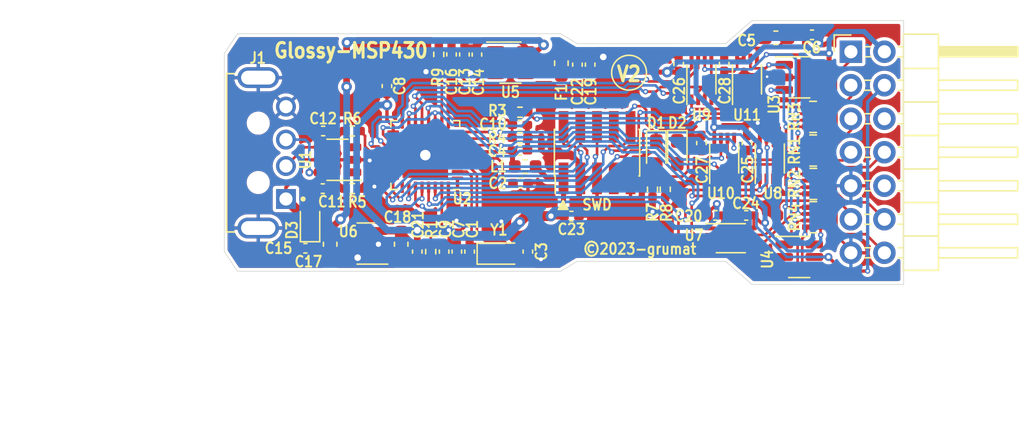
<source format=kicad_pcb>
(kicad_pcb (version 20211014) (generator pcbnew)
  (layers (0 "F.Cu" signal) (31 "B.Cu" signal) (35 "F.Paste" user) (37 "F.SilkS" user "F.Silkscreen") (38 "B.Mask" user) (39 "F.Mask" user) (44 "Edge.Cuts" user))
  (net 0 "")
  (net 1 "GND")
  (net 2 "+5V")
  (net 3 "+3V3")
  (net 4 "+3.3VA")
  (net 5 "GNDA")
  (net 6 "/OSC_OUT")
  (net 7 "/NRST")
  (net 8 "/USB_DP")
  (net 9 "/USB_DM")
  (net 10 "VCC")
  (net 11 "Net-(C16-Pad1)")
  (net 12 "/VREF_2")
  (net 13 "Net-(D1-Pad2)")
  (net 14 "VBUS")
  (net 15 "/LEDS")
  (net 16 "Net-(D2-Pad1)")
  (net 19 "/TVref")
  (net 22 "/mTVCC")
  (net 23 "/rTDO")
  (net 24 "/BOOT0")
  (net 25 "/rTDI")
  (net 26 "/rTMS")
  (net 27 "/rTCK")
  (net 28 "/rTEST")
  (net 29 "/rRST")
  (net 30 "/OSC_IN")
  (net 31 "/JRST")
  (net 32 "/JTDI")
  (net 33 "/JTDO")
  (net 34 "/JTCK")
  (net 35 "/JTMS")
  (net 36 "/JRXD")
  (net 37 "/JTXD")
  (net 38 "/JTEST")
  (net 39 "/HUSBP")
  (net 40 "/HUSBM")
  (net 41 "/SWCLK")
  (net 42 "/SWDIO")
  (net 43 "/rTXD")
  (net 44 "/rRXD")
  (net 45 "/TRACESWO")
  (net 46 "Net-(F1-Pad2)")
  (net 47 "/mTEST")
  (net 48 "/mRST")
  (net 49 "/ENA3N")
  (net 51 "/mTCK")
  (net 52 "/mTDO")
  (net 53 "/mTDI")
  (net 54 "/mTMS")
  (net 55 "/SBWO")
  (net 57 "/ENA1N")
  (net 58 "/ENA2N")
  (net 59 "/mRXD")
  (net 60 "/mTXD")
  (footprint "Lib:MOLEX_48037-0001" (layer "F.Cu") (at 66.075 60.825 -90)
    (fp_text reference "J1")
    (fp_text value "48037-0001")
  )
  (footprint "Capacitor_SMD:C_0402_1005Metric_Pad0.74x0.62mm_HandSolder" (layer "F.Cu") (at 69.6468 68.0593 180)
    (fp_text reference "C15")
    (fp_text value "100nF")
  )
  (footprint "Capacitor_SMD:C_0603_1608Metric_Pad1.08x0.95mm_HandSolder" (layer "F.Cu") (at 71.5264 67.7545 -90)
    (fp_text reference "C17")
    (fp_text value "10uF")
  )
  (footprint "Capacitor_SMD:C_0402_1005Metric_Pad0.74x0.62mm_HandSolder" (layer "F.Cu") (at 78.1304 68.3133 -90)
    (fp_text reference "C21")
    (fp_text value "100nF")
  )
  (footprint "Capacitor_SMD:C_0402_1005Metric_Pad0.74x0.62mm_HandSolder" (layer "F.Cu") (at 75.831 55.7625 90)
    (fp_text reference "C8")
    (fp_text value "100nF")
  )
  (footprint "Capacitor_SMD:C_0402_1005Metric_Pad0.74x0.62mm_HandSolder" (layer "F.Cu") (at 80.1644 68.3133 -90)
    (fp_text reference "C9")
    (fp_text value "10uF")
  )
  (footprint "Capacitor_SMD:C_0402_1005Metric_Pad0.74x0.62mm_HandSolder" (layer "F.Cu") (at 82.0968 68.3125 -90)
    (fp_text reference "C1")
    (fp_text value "4.7pF")
  )
  (footprint "Capacitor_SMD:C_0402_1005Metric_Pad0.74x0.62mm_HandSolder" (layer "F.Cu") (at 85.9536 63.1063)
    (fp_text reference "C2")
    (fp_text value "100nF")
  )
  (footprint "Capacitor_SMD:C_0402_1005Metric_Pad0.74x0.62mm_HandSolder" (layer "F.Cu") (at 91.2368 54.1401 90)
    (fp_text reference "C19")
    (fp_text value "220nF")
  )
  (footprint "Capacitor_SMD:C_0402_1005Metric_Pad0.74x0.62mm_HandSolder" (layer "F.Cu") (at 90.2716 54.1401 90)
    (fp_text reference "C22")
    (fp_text value "10uF")
  )
  (footprint "Capacitor_SMD:C_0402_1005Metric_Pad0.74x0.62mm_HandSolder" (layer "F.Cu") (at 81.7024 53.3706 -90)
    (fp_text reference "C13")
    (fp_text value "10uF")
  )
  (footprint "Capacitor_SMD:C_0402_1005Metric_Pad0.74x0.62mm_HandSolder" (layer "F.Cu") (at 108.0516 51.8795)
    (fp_text reference "C6")
    (fp_text value "100nF")
  )
  (footprint "Capacitor_SMD:C_0402_1005Metric_Pad0.74x0.62mm_HandSolder" (layer "F.Cu") (at 82.6516 53.3781 90)
    (fp_text reference "C14")
    (fp_text value "100nF")
  )
  (footprint "Resistor_SMD:R_0402_1005Metric_Pad0.72x0.64mm_HandSolder" (layer "F.Cu") (at 73.2028 63.5381 180)
    (fp_text reference "R5")
    (fp_text value "22")
  )
  (footprint "Resistor_SMD:R_0402_1005Metric_Pad0.72x0.64mm_HandSolder" (layer "F.Cu") (at 73.2028 59.1693 180)
    (fp_text reference "R6")
    (fp_text value "22")
  )
  (footprint "Resistor_SMD:R_0402_1005Metric_Pad0.72x0.64mm_HandSolder" (layer "F.Cu") (at 96.9264 63.5889 90)
    (fp_text reference "R8")
    (fp_text value "1K")
  )
  (footprint "Resistor_SMD:R_0402_1005Metric_Pad0.72x0.64mm_HandSolder" (layer "F.Cu") (at 85.9144 57.7469 180)
    (fp_text reference "R3")
    (fp_text value "4k7")
  )
  (footprint "Resistor_SMD:R_0402_1005Metric_Pad0.72x0.64mm_HandSolder" (layer "F.Cu") (at 95.9612 63.5889 -90)
    (fp_text reference "R7")
    (fp_text value "1K")
  )
  (footprint "Capacitor_SMD:C_0402_1005Metric_Pad0.74x0.62mm_HandSolder" (layer "F.Cu") (at 80.7256 53.3656 90)
    (fp_text reference "C16")
    (fp_text value "220nF")
  )
  (footprint "Connector_PinHeader_2.54mm:PinHeader_2x07_P2.54mm_Horizontal" (layer "F.Cu") (at 111 53.1622)
    (fp_text reference "J2" hide)
    (fp_text value "JTAG")
  )
  (footprint "Resistor_SMD:R_0402_1005Metric_Pad0.72x0.64mm_HandSolder" (layer "F.Cu") (at 85.9144 59.6773)
    (fp_text reference "R4")
    (fp_text value "4k7")
  )
  (footprint "Package_TO_SOT_SMD:SOT-23" (layer "F.Cu") (at 74.2188 67.7037 180)
    (fp_text reference "U6")
    (fp_text value "ME6211A33M3G-N")
  )
  (footprint "Lib:R_Array_Convex_4x0402_hand_soldered" (layer "F.Cu") (at 108.14 60.65)
    (fp_text reference "RN1")
    (fp_text value "100")
  )
  (footprint "Lib:R_Array_Convex_4x0402_hand_soldered" (layer "F.Cu") (at 108.1532 63.1825)
    (fp_text reference "RN2")
    (fp_text value "100")
  )
  (footprint "Capacitor_SMD:C_0402_1005Metric_Pad0.74x0.62mm_HandSolder" (layer "F.Cu") (at 86.5124 68.3133 -90)
    (fp_text reference "C3")
    (fp_text value "4.7pF")
  )
  (footprint "Package_DFN_QFN:QFN-32-1EP_5x5mm_P0.5mm_EP3.45x3.45mm" (layer "F.Cu") (at 78.74 60.9981 180)
    (fp_text reference "U2")
    (fp_text value "STM32L432KBU6")
  )
  (footprint "Crystal:Crystal_SMD_2012-2Pin_2.0x1.2mm_HandSoldering" (layer "F.Cu") (at 84.3174 68.4657)
    (fp_text reference "Y1")
    (fp_text value "32768 7pF")
  )
  (footprint "Resistor_SMD:R_0402_1005Metric_Pad0.72x0.64mm_HandSolder" (layer "F.Cu") (at 79.1484 68.3133 90)
    (fp_text reference "R1")
    (fp_text value "100K")
  )
  (footprint "Connector_PinHeader_1.27mm:PinHeader_2x05_P1.27mm_Vertical_SMD" (layer "F.Cu") (at 91.756 60.8125 90)
    (fp_text reference "J3" hide)
    (fp_text value "SWD")
  )
  (footprint "Capacitor_SMD:C_0402_1005Metric_Pad0.74x0.62mm_HandSolder" (layer "F.Cu") (at 81.1296 68.3133 -90)
    (fp_text reference "C7")
    (fp_text value "100nF")
  )
  (footprint "Fuse:Fuse_0603_1608Metric_Pad1.05x0.95mm_HandSolder" (layer "F.Cu") (at 89.0524 54.0321 90)
    (fp_text reference "F1")
    (fp_text value "0603L010YR")
  )
  (footprint "Package_TO_SOT_SMD:SOT-23-5" (layer "F.Cu") (at 85.196 53.9877)
    (fp_text reference "U5")
    (fp_text value "AD8531ARTZ")
  )
  (footprint "Capacitor_SMD:C_0603_1608Metric_Pad1.08x0.95mm_HandSolder" (layer "F.Cu") (at 76.9112 67.7545 -90)
    (fp_text reference "C18")
    (fp_text value "10uF")
  )
  (footprint "Capacitor_SMD:C_0402_1005Metric_Pad0.74x0.62mm_HandSolder" (layer "F.Cu") (at 89.8144 65.6209 180)
    (fp_text reference "C23")
    (fp_text value "100nF")
  )
  (footprint "Capacitor_SMD:C_0402_1005Metric_Pad0.74x0.62mm_HandSolder" (layer "F.Cu") (at 70.9676 63.5381 180)
    (fp_text reference "C11")
    (fp_text value "22pF")
  )
  (footprint "Capacitor_SMD:C_0402_1005Metric_Pad0.74x0.62mm_HandSolder" (layer "F.Cu") (at 70.993 59.1693)
    (fp_text reference "C12")
    (fp_text value "22pF")
  )
  (footprint "Capacitor_SMD:C_0603_1608Metric_Pad1.08x0.95mm_HandSolder" (layer "F.Cu") (at 105.3084 52.1081 180)
    (fp_text reference "C5")
    (fp_text value "10uF")
  )
  (footprint "Inductor_SMD:L_0603_1608Metric" (layer "F.Cu") (at 86.3092 61.8617 180)
    (fp_text reference "L1")
    (fp_text value "1k8")
  )
  (footprint "Capacitor_SMD:C_0402_1005Metric_Pad0.74x0.62mm_HandSolder" (layer "F.Cu") (at 85.9144 60.6425 180)
    (fp_text reference "C4")
    (fp_text value "100nF")
  )
  (footprint "NetTie:NetTie-2_SMD_Pad0.5mm" (layer "F.Cu") (at 87.5284 60.0837 90)
    (fp_text reference "NT1" hide)
    (fp_text value "GND-GNDA")
  )
  (footprint "Resistor_SMD:R_0402_1005Metric_Pad0.72x0.64mm_HandSolder" (layer "F.Cu") (at 79.7604 53.3656 -90)
    (fp_text reference "R9")
    (fp_text value "4k7")
  )
  (footprint "LED_SMD:LED_0603_1608Metric_Pad1.05x0.95mm_HandSolder" (layer "F.Cu") (at 96.246 60.8125 -90)
    (fp_text reference "D1")
    (fp_text value "RED")
  )
  (footprint "LED_SMD:LED_0603_1608Metric_Pad1.05x0.95mm_HandSolder" (layer "F.Cu") (at 97.8408 60.7949 -90)
    (fp_text reference "D2")
    (fp_text value "GREEN")
  )
  (footprint "Capacitor_SMD:C_0402_1005Metric_Pad0.74x0.62mm_HandSolder" (layer "F.Cu") (at 103.124 60.0837 90)
    (fp_text reference "C25")
    (fp_text value "100nF")
  )
  (footprint "Package_SO:VSSOP-8_2.3x2mm_P0.5mm" (layer "F.Cu") (at 101.8961 67.2973)
    (fp_text reference "U7")
    (fp_text value "74AVCH2T45DC")
  )
  (footprint "Capacitor_SMD:C_0402_1005Metric_Pad0.74x0.62mm_HandSolder" (layer "F.Cu") (at 100.7277 65.5701)
    (fp_text reference "C20")
    (fp_text value "100nF")
  )
  (footprint "Capacitor_SMD:C_0402_1005Metric_Pad0.74x0.62mm_HandSolder" (layer "F.Cu") (at 103.0645 65.5701 180)
    (fp_text reference "C24")
    (fp_text value "100nF")
  )
  (footprint "Capacitor_SMD:C_0402_1005Metric_Pad0.74x0.62mm_HandSolder" (layer "F.Cu") (at 99.6696 60.0837 90)
    (fp_text reference "C27")
    (fp_text value "100nF")
  )
  (footprint "Capacitor_SMD:C_0402_1005Metric_Pad0.74x0.62mm_HandSolder" (layer "F.Cu") (at 85.9028 58.7121)
    (fp_text reference "C10")
    (fp_text value "100nF")
  )
  (footprint "Diode_SMD:D_0603_1608Metric" (layer "F.Cu") (at 70.0024 66.0781 90)
    (fp_text reference "D3")
    (fp_text value "CDBURT0530LL-HF")
  )
  (footprint "Capacitor_SMD:C_0402_1005Metric_Pad0.74x0.62mm_HandSolder" (layer "F.Cu") (at 101.3968 54.0893 90)
    (fp_text reference "C28")
    (fp_text value "100nF")
  )
  (footprint "Capacitor_SMD:C_0402_1005Metric_Pad0.74x0.62mm_HandSolder" (layer "F.Cu") (at 97.9424 54.0893 90)
    (fp_text reference "C26")
    (fp_text value "100nF")
  )
  (footprint "Package_SO:VSSOP-8_2.3x2mm_P0.5mm" (layer "F.Cu") (at 103.124 55.2577 90)
    (fp_text reference "U11")
    (fp_text value "74LVC2G125")
  )
  (footprint "Package_SO:VSSOP-8_2.3x2mm_P0.5mm" (layer "F.Cu") (at 101.3968 61.2521 90)
    (fp_text reference "U10")
    (fp_text value "74LVC2G125")
  )
  (footprint "Package_TO_SOT_SMD:SOT-23-6" (layer "F.Cu") (at 72.0852 61.3537 180)
    (fp_text reference "U1")
    (fp_text value "SRV05-4")
  )
  (footprint "Package_TO_SOT_SMD:SOT-23-6" (layer "F.Cu") (at 107.0864 68.7197)
    (fp_text reference "U4")
    (fp_text value "SRV05-4")
  )
  (footprint "Lib:R_Array_Convex_4x0402_hand_soldered" (layer "F.Cu") (at 108.131 58.1025)
    (fp_text reference "RN3")
    (fp_text value "47k")
  )
  (footprint "Package_SO:VSSOP-8_2.3x2mm_P0.5mm" (layer "F.Cu") (at 104.8512 61.2521 90)
    (fp_text reference "U8")
    (fp_text value "74LVC2G125")
  )
  (footprint "Package_SO:VSSOP-8_2.3x2mm_P0.5mm" (layer "F.Cu") (at 99.6696 55.2577 90)
    (fp_text reference "U9")
    (fp_text value "74LVC2G125")
  )
  (footprint "Package_TO_SOT_SMD:SOT-23-6" (layer "F.Cu") (at 107.0864 55.1053)
    (fp_text reference "U3")
    (fp_text value "SRV05-4")
  )
  (footprint "Lib:R_Array_Convex_4x0402_hand_soldered" (layer "F.Cu") (at 108.1492 65.705)
    (fp_text reference "RN4")
    (fp_text value "47k")
  )
  (gr_poly (pts (xy 89.186 64.4225) (xy 89.567 65.121) (xy 88.805 65.121)) (layer "F.SilkS") (width 0.1) (fill solid))
  (gr_circle (center 94.1832 54.7497) (end 95.252678 55.5247) (layer "F.SilkS") (width 0.12) (fill none))
  (gr_line locked (start 63.5 68.3) (end 63.5 53.3) (layer "Edge.Cuts") (width 0.05))
  (gr_line locked (start 115 50.8) (end 115 70.8) (layer "Edge.Cuts") (width 0.05))
  (gr_line locked (start 101.5 69.05) (end 103.5 70.8) (layer "Edge.Cuts") (width 0.05))
  (gr_line locked (start 101.5 52.55) (end 103.5 50.8) (layer "Edge.Cuts") (width 0.05))
  (gr_line locked (start 89 51.8) (end 90.25 52.55) (layer "Edge.Cuts") (width 0.05))
  (gr_line locked (start 89 69.8) (end 90.25 69.05) (layer "Edge.Cuts") (width 0.05))
  (gr_line locked (start 90.25 52.55) (end 101.5 52.55) (layer "Edge.Cuts") (width 0.05))
  (gr_line locked (start 63.5 53.3) (end 64.5 51.8) (layer "Edge.Cuts") (width 0.05))
  (gr_line locked (start 115 70.8) (end 103.5 70.8) (layer "Edge.Cuts") (width 0.05))
  (gr_line locked (start 64.5 51.8) (end 89 51.8) (layer "Edge.Cuts") (width 0.05))
  (gr_line locked (start 90.25 69.05) (end 101.5 69.05) (layer "Edge.Cuts") (width 0.05))
  (gr_line locked (start 64.5 69.8) (end 89 69.8) (layer "Edge.Cuts") (width 0.05))
  (gr_line locked (start 103.5 50.8) (end 115 50.8) (layer "Edge.Cuts") (width 0.05))
  (gr_line locked (start 63.5 68.3) (end 64.5 69.8) (layer "Edge.Cuts") (width 0.05))
  (gr_text "Glossy-MSP430" (at 73.1012 53.0733) (layer "F.SilkS") (effects (font (size 1.1176 0.9652) (thickness 0.2286))))
  (gr_text "©2023-grumat" (at 94.996 68.1101) (layer "F.SilkS") (effects (font (size 0.8128 0.7112))))
  (gr_text "V2" (at 94.17244 54.8497) (layer "F.SilkS") (effects (font (size 1.1176 0.9652) (thickness 0.2286))))
  (segment (start 111 68.4022) (end 111 68.195186) (width 0.2) (layer "F.Cu") (net 1))
  (segment (start 100.4196 56.2617) (end 100.5736 56.1077) (width 0.2) (layer "F.Cu") (net 1))
  (segment (start 109.2492 64.955) (end 108.6992 64.955) (width 0.2) (layer "F.Cu") (net 1))
  (segment (start 81.106 65.9625) (end 80.49 65.3465) (width 0.254) (layer "F.Cu") (net 1))
  (segment (start 105.9489 55.1053) (end 104.6988 55.1053) (width 0.254) (layer "F.Cu") (net 1))
  (segment (start 82.6516 53.9456) (end 82.1015 53.9456) (width 0.381) (layer "F.Cu") (net 1))
  (segment (start 81.7024 53.814067) (end 81.7024 53.9381) (width 0.2) (layer "F.Cu") (net 1))
  (segment (start 84.0585 53.9877) (end 82.6937 53.9877) (width 0.381) (layer "F.Cu") (net 1))
  (segment (start 102.756 62.2875) (end 102.756 62.6875) (width 0.2) (layer "F.Cu") (net 1))
  (segment (start 102.756 62.6875) (end 102.6414 62.8021) (width 0.2) (layer "F.Cu") (net 1))
  (segment (start 105.6012 62.8021) (end 105.6012 63.6173) (width 0.2) (layer "F.Cu") (net 1))
  (segment (start 76.8745 68.6537) (end 76.9112 68.617) (width 0.508) (layer "F.Cu") (net 1))
  (segment (start 104.6988 55.1053) (end 104.648 55.0545) (width 0.254) (layer "F.Cu") (net 1))
  (segment (start 81.7099 53.9456) (end 81.7024 53.9381) (width 0.381) (layer "F.Cu") (net 1))
  (segment (start 80.1644 68.8808) (end 81.1296 68.8808) (width 0.508) (layer "F.Cu") (net 1))
  (segment (start 109.474 65.1798) (end 109.2492 64.955) (width 0.2) (layer "F.Cu") (net 1))
  (segment (start 90.486 62.7625) (end 90.486 61.6425) (width 0.381) (layer "F.Cu") (net 1))
  (segment (start 75.1563 68.6537) (end 73.726 68.6537) (width 0.508) (layer "F.Cu") (net 1))
  (segment (start 76.99 58.5606) (end 76.99 57.7241) (width 0.254) (layer "F.Cu") (net 1))
  (segment (start 103.874 56.3125) (end 103.874 56.8077) (width 0.2) (layer "F.Cu") (net 1))
  (segment (start 75.184 67.7545) (end 75.184 68.626) (width 0.508) (layer "F.Cu") (net 1))
  (segment (start 80.7256 52.7981) (end 80.7256 52.837267) (width 0.2) (layer "F.Cu") (net 1))
  (segment (start 76.708 57.4421) (end 76.708 55.4609) (width 0.254) (layer "F.Cu") (net 1))
  (segment (start 90.2716 53.5726) (end 91.2368 53.5726) (width 0.381) (layer "F.Cu") (net 1))
  (segment (start 82.6937 53.9877) (end 82.6516 53.9456) (width 0.381) (layer "F.Cu") (net 1))
  (segment (start 102.6414 62.8021) (end 102.1468 62.8021) (width 0.2) (layer "F.Cu") (net 1))
  (segment (start 108.6191 52.4804) (end 108.585 52.5145) (width 0.381) (layer "F.Cu") (net 1))
  (segment (start 111 68.195186) (end 109.474 66.669185) (width 0.2) (layer "F.Cu") (net 1))
  (segment (start 81.1296 68.8808) (end 82.096 68.8808) (width 0.508) (layer "F.Cu") (net 1))
  (segment (start 88.731 60.9625) (end 87.9072 60.9625) (width 0.381) (layer "F.Cu") (net 1))
  (segment (start 103.6692 56.1077) (end 103.874 56.3125) (width 0.2) (layer "F.Cu") (net 1))
  (segment (start 76.99 57.7241) (end 76.708 57.4421) (width 0.254) (layer "F.Cu") (net 1))
  (segment (start 102.6172 52.2605) (end 103.251 52.2605) (width 0.254) (layer "F.Cu") (net 1))
  (segment (start 90.3819 62.8666) (end 90.486 62.7625) (width 0.381) (layer "F.Cu") (net 1))
  (segment (start 109.474 66.669185) (end 109.474 65.1798) (width 0.2) (layer "F.Cu") (net 1))
  (segment (start 82.096 68.8808) (end 82.0968 68.88) (width 0.508) (layer "F.Cu") (net 1))
  (segment (start 101.3968 53.5218) (end 101.3968 53.4809) (width 0.254) (layer "F.Cu") (net 1))
  (segment (start 80.7256 52.837267) (end 81.7024 53.814067) (width 0.2) (layer "F.Cu") (net 1))
  (segment (start 82.169 54.7751) (end 82.169 54.0131) (width 0.381) (layer "F.Cu") (net 1))
  (segment (start 89.806 60.9625) (end 88.731 60.9625) (width 0.381) (layer "F.Cu") (net 1))
  (segment (start 87.9072 60.9625) (end 87.5284 60.5837) (width 0.381) (layer "F.Cu") (net 1))
  (segment (start 79.1484 68.9108) (end 80.1344 68.9108) (width 0.508) (layer "F.Cu") (net 1))
  (segment (start 101.3968 53.4809) (end 102.6172 52.2605) (width 0.254) (layer "F.Cu") (net 1))
  (segment (start 76.708 55.4609) (end 76.4421 55.195) (width 0.254) (layer "F.Cu") (net 1))
  (segment (start 82.169 54.0131) (end 82.1015 53.9456) (width 0.381) (layer "F.Cu") (net 1))
  (segment (start 79.1184 68.8808) (end 79.1484 68.9108) (width 0.508) (layer "F.Cu") (net 1))
  (segment (start 73.2227 61.3537) (end 74.4728 61.3537) (width 0.2) (layer "F.Cu") (net 1))
  (segment (start 78.1304 68.8808) (end 77.175 68.8808) (width 0.508) (layer "F.Cu") (net 1))
  (segment (start 105.6012 63.6173) (end 105.528 63.6905) (width 0.2) (layer "F.Cu") (net 1))
  (segment (start 75.184 68.626) (end 75.1563 68.6537) (width 0.508) (layer "F.Cu") (net 1))
  (segment (start 71.6799 68.7705) (end 71.5264 68.617) (width 0.508) (layer "F.Cu") (net 1))
  (segment (start 90.486 62.7625) (end 90.486 61.6925) (width 0.2) (layer "F.Cu") (net 1))
  (segment (start 90.486 62.7625) (end 91.756 62.7625) (width 0.381) (layer "F.Cu") (net 1))
  (segment (start 73.726 68.6537) (end 73.6092 68.7705) (width 0.508) (layer "F.Cu") (net 1))
  (segment (start 75.1563 68.6537) (end 76.8745 68.6537) (width 0.508) (layer "F.Cu") (net 1))
  (segment (start 105.528 63.6905) (end 105.2068 63.6905) (width 0.2) (layer "F.Cu") (net 1))
  (segment (start 91.2368 53.5726) (end 92.2107 53.5726) (width 0.381) (layer "F.Cu") (net 1))
  (segment (start 82.1015 53.9456) (end 81.7099 53.9456) (width 0.381) (layer "F.Cu") (net 1))
  (segment (start 74.4728 61.3537) (end 74.5236 61.4045) (width 0.2) (layer "F.Cu") (net 1))
  (segment (start 78.1304 68.8808) (end 79.1184 68.8808) (width 0.508) (layer "F.Cu") (net 1))
  (segment (start 76.4421 55.195) (end 75.831 55.195) (width 0.254) (layer "F.Cu") (net 1))
  (segment (start 100.9402 56.8077) (end 100.965 56.8325) (width 0.2) (layer "F.Cu") (net 1))
  (segment (start 90.486 61.6425) (end 89.806 60.9625) (width 0.381) (layer "F.Cu") (net 1))
  (segment (start 73.6092 68.7705) (end 71.6799 68.7705) (width 0.508) (layer "F.Cu") (net 1))
  (segment (start 108.6191 51.8795) (end 108.6191 52.4804) (width 0.381) (layer "F.Cu") (net 1))
  (segment (start 77.175 68.8808) (end 76.9112 68.617) (width 0.508) (layer "F.Cu") (net 1))
  (segment (start 80.49 65.3465) (end 80.49 63.4356) (width 0.254) (layer "F.Cu") (net 1))
  (segment (start 80.1344 68.9108) (end 80.1644 68.8808) (width 0.508) (layer "F.Cu") (net 1))
  (segment (start 100.5736 56.1077) (end 103.6692 56.1077) (width 0.2) (layer "F.Cu") (net 1))
  (segment (start 100.4196 56.8077) (end 100.9402 56.8077) (width 0.2) (layer "F.Cu") (net 1))
  (segment (start 92.2107 53.5726) (end 92.2274 53.5559) (width 0.381) (layer "F.Cu") (net 1))
  (segment (start 90.3819 65.6209) (end 90.3819 62.8666) (width 0.381) (layer "F.Cu") (net 1))
  (segment (start 100.4196 56.8077) (end 100.4196 56.2617) (width 0.2) (layer "F.Cu") (net 1))
  (via (at 105.2068 63.6905) (size 0.4) (drill 0.2) (layers "F.Cu" "B.Cu") (net 1))
  (via (at 84.5058 66.0273) (size 0.6) (drill 0.3) (layers "F.Cu" "B.Cu") (net 1))
  (via (at 81.106 65.9625) (size 0.6) (drill 0.3) (layers "F.Cu" "B.Cu") (net 1))
  (via (at 92.2274 53.5559) (size 1) (drill 0.5) (layers "F.Cu" "B.Cu") (net 1))
  (via (at 82.169 54.7751) (size 0.8) (drill 0.4) (layers "F.Cu" "B.Cu") (net 1))
  (via (at 78.7908 54.6735) (size 0.8) (drill 0.4) (layers "F.Cu" "B.Cu") (net 1))
  (via (at 104.648 55.0545) (size 0.4) (drill 0.2) (layers "F.Cu" "B.Cu") (net 1))
  (via (at 103.251 52.2605) (size 0.6) (drill 0.3) (layers "F.Cu" "B.Cu") (net 1))
  (via (at 74.8792 63.3857) (size 0.6) (drill 0.3) (layers "F.Cu" "B.Cu") (net 1))
  (via (at 102.756 62.2875) (size 0.4) (drill 0.2) (layers "F.Cu" "B.Cu") (net 1))
  (via (at 108.585 52.5145) (size 0.6) (drill 0.3) (layers "F.Cu" "B.Cu") (net 1))
  (via (at 73.6092 68.7705) (size 1) (drill 0.5) (layers "F.Cu" "B.Cu") (net 1))
  (via (at 87.503 68.8975) (size 0.6) (drill 0.3) (layers "F.Cu" "B.Cu") (net 1))
  (via (at 78.74 60.9981) (size 1.5) (drill 0.8) (layers "F.Cu" "B.Cu") (net 1))
  (via (at 74.5236 61.4045) (size 0.6) (drill 0.3) (layers "F.Cu" "B.Cu") (net 1))
  (via (at 75.184 67.7545) (size 0.8) (drill 0.4) (layers "F.Cu" "B.Cu") (net 1))
  (via (at 103.9368 58.5597) (size 0.6) (drill 0.3) (layers "F.Cu" "B.Cu") (net 1))
  (via (at 100.965 56.8325) (size 0.4) (drill 0.2) (layers "F.Cu" "B.Cu") (net 1))
  (segment (start 103.251 52.2605) (end 102.5144 52.2605) (width 0.381) (layer "B.Cu") (net 1))
  (segment (start 101.6508 53.0225) (end 92.7608 53.0225) (width 0.381) (layer "B.Cu") (net 1))
  (segment (start 102.5144 52.2605) (end 101.6508 53.0225) (width 0.381) (layer "B.Cu") (net 1))
  (segment (start 108.585 51.4985) (end 108.458 51.3715) (width 0.381) (layer "B.Cu") (net 1))
  (segment (start 108.458 51.3715) (end 104.013 51.3715) (width 0.381) (layer "B.Cu") (net 1))
  (segment (start 74.5236 61.4045) (end 78.3336 61.4045) (width 0.508) (layer "B.Cu") (net 1))
  (segment (start 92.7608 53.0225) (end 92.2274 53.5559) (width 0.381) (layer "B.Cu") (net 1))
  (segment (start 103.251 52.1335) (end 103.251 52.2605) (width 0.381) (layer "B.Cu") (net 1))
  (segment (start 108.585 52.5145) (end 108.585 51.4985) (width 0.381) (layer "B.Cu") (net 1))
  (segment (start 104.013 51.3715) (end 103.251 52.1335) (width 0.381) (layer "B.Cu") (net 1))
  (segment (start 78.3336 61.4045) (end 78.74 60.9981) (width 0.508) (layer "B.Cu") (net 1))
  (segment (start 72.771 52.4891) (end 72.7964 52.4637) (width 0.508) (layer "F.Cu") (net 2))
  (segment (start 86.3335 52.7928) (end 86.3335 53.0377) (width 0.381) (layer "F.Cu") (net 2))
  (segment (start 71.5 66.8656) (end 71.5264 66.892) (width 0.75) (layer "F.Cu") (net 2))
  (segment (start 83.1596 52.2605) (end 85.8012 52.2605) (width 0.381) (layer "F.Cu") (net 2))
  (segment (start 82.6516 52.8106) (end 82.6516 52.7685) (width 0.381) (layer "F.Cu") (net 2))
  (segment (start 70.2143 67.0775) (end 70.0024 66.8656) (width 0.508) (layer "F.Cu") (net 2))
  (segment (start 71.5264 66.6369) (end 72.3138 65.8495) (width 0.508) (layer "F.Cu") (net 2))
  (segment (start 73.2813 67.7037) (end 72.3381 67.7037) (width 0.508) (layer "F.Cu") (net 2))
  (segment (start 86.3335 53.0377) (end 87.31 53.0377) (width 0.381) (layer "F.Cu") (net 2))
  (segment (start 87.31 53.0377) (end 87.7062 52.6415) (width 0.381) (layer "F.Cu") (net 2))
  (segment (start 72.771 55.8165) (end 72.771 52.4891) (width 0.508) (layer "F.Cu") (net 2))
  (segment (start 82.6441 52.8031) (end 82.6516 52.8106) (width 0.381) (layer "F.Cu") (net 2))
  (segment (start 70.2143 68.0593) (end 70.2143 67.0775) (width 0.508) (layer "F.Cu") (net 2))
  (segment (start 70.0024 66.8656) (end 71.5 66.8656) (width 0.75) (layer "F.Cu") (net 2))
  (segment (start 72.3381 67.7037) (end 71.5264 66.892) (width 0.508) (layer "F.Cu") (net 2))
  (segment (start 81.7024 52.8031) (end 82.6441 52.8031) (width 0.381) (layer "F.Cu") (net 2))
  (segment (start 85.8012 52.2605) (end 86.3335 52.7928) (width 0.381) (layer "F.Cu") (net 2))
  (segment (start 71.5264 66.892) (end 71.5264 66.6369) (width 0.508) (layer "F.Cu") (net 2))
  (segment (start 82.6516 52.7685) (end 83.1596 52.2605) (width 0.381) (layer "F.Cu") (net 2))
  (via (at 72.771 55.8165) (size 0.8) (drill 0.4) (layers "F.Cu" "B.Cu") (net 2))
  (via (at 72.7964 52.4637) (size 0.8) (drill 0.4) (layers "F.Cu" "B.Cu") (net 2))
  (via (at 72.3138 65.8495) (size 0.8) (drill 0.4) (layers "F.Cu" "B.Cu") (net 2))
  (via (at 87.7062 52.6415) (size 0.8) (drill 0.4) (layers "F.Cu" "B.Cu") (net 2))
  (segment (start 72.9488 52.3113) (end 72.7964 52.4637) (width 0.508) (layer "B.Cu") (net 2))
  (segment (start 72.3138 65.8495) (end 72.7742 65.3891) (width 0.508) (layer "B.Cu") (net 2))
  (segment (start 72.7742 55.8197) (end 72.771 55.8165) (width 0.508) (layer "B.Cu") (net 2))
  (segment (start 72.7742 62.9825) (end 72.7742 55.8197) (width 0.508) (layer "B.Cu") (net 2))
  (segment (start 87.376 52.3113) (end 72.9488 52.3113) (width 0.508) (layer "B.Cu") (net 2))
  (segment (start 72.7742 65.3891) (end 72.7742 62.9825) (width 0.508) (layer "B.Cu") (net 2))
  (segment (start 87.7062 52.6415) (end 87.376 52.3113) (width 0.508) (layer "B.Cu") (net 2))
  (segment (start 89.216 62.7625) (end 87.9975 62.7625) (width 0.381) (layer "F.Cu") (net 3))
  (segment (start 81.1775 63.866) (end 81.1775 62.7481) (width 0.254) (layer "F.Cu") (net 3))
  (segment (start 80.518 66.6877) (end 80.6109 66.7806) (width 0.381) (layer "F.Cu") (net 3))
  (segment (start 76.3025 58.809) (end 75.831 58.3375) (width 0.254) (layer "F.Cu") (net 3))
  (segment (start 78.1304 67.7458) (end 78.1304 66.6877) (width 0.508) (layer "F.Cu") (net 3))
  (segment (start 80.6109 67.7458) (end 81.1296 67.7458) (width 0.381) (layer "F.Cu") (net 3))
  (segment (start 87.9975 62.7625) (end 87.0967 61.8617) (width 0.381) (layer "F.Cu") (net 3))
  (segment (start 76.3025 59.2481) (end 76.3025 58.809) (width 0.254) (layer "F.Cu") (net 3))
  (segment (start 75.1563 66.7537) (end 76.7729 66.7537) (width 0.508) (layer "F.Cu") (net 3))
  (segment (start 88.265 65.6209) (end 89.2469 65.6209) (width 0.508) (layer "F.Cu") (net 3))
  (segment (start 80.6109 66.7806) (end 80.6109 67.7458) (width 0.381) (layer "F.Cu") (net 3))
  (segment (start 80.518 66.6877) (end 81.4558 66.6877) (width 0.254) (layer "F.Cu") (net 3))
  (segment (start 81.781 66.3625) (end 81.781 64.4695) (width 0.254) (layer "F.Cu") (net 3))
  (segment (start 81.781 64.4695) (end 81.1775 63.866) (width 0.254) (layer "F.Cu") (net 3))
  (segment (start 100.1602 65.3742) (end 100.838 64.6964) (width 0.254) (layer "F.Cu") (net 3))
  (segment (start 100.1602 65.5701) (end 100.1602 65.3742) (width 0.254) (layer "F.Cu") (net 3))
  (segment (start 95.9612 65.2907) (end 95.9612 64.1864) (width 0.508) (layer "F.Cu") (net 3))
  (segment (start 75.831 58.3375) (end 75.831 57.2001) (width 0.254) (layer "F.Cu") (net 3))
  (segment (start 89.216 62.7625) (end 89.216 65.59) (width 0.381) (layer "F.Cu") (net 3))
  (segment (start 76.7729 66.7537) (end 76.9112 66.892) (width 0.508) (layer "F.Cu") (net 3))
  (segment (start 89.216 65.59) (end 89.2469 65.6209) (width 0.381) (layer "F.Cu") (net 3))
  (segment (start 100.3461 66.5473) (end 100.3461 65.756) (width 0.2) (layer "F.Cu") (net 3))
  (segment (start 85.9028 66.0781) (end 86.36 65.6209) (width 0.75) (layer "F.Cu") (net 3))
  (segment (start 100.3461 65.756) (end 100.1602 65.5701) (width 0.2) (layer "F.Cu") (net 3))
  (segment (start 78.1304 67.7458) (end 77.765 67.7458) (width 0.508) (layer "F.Cu") (net 3))
  (segment (start 81.4558 66.6877) (end 81.781 66.3625) (width 0.254) (layer "F.Cu") (net 3))
  (segment (start 80.1644 67.7458) (end 80.6109 67.7458) (width 0.381) (layer "F.Cu") (net 3))
  (segment (start 77.765 67.7458) (end 76.9112 66.892) (width 0.508) (layer "F.Cu") (net 3))
  (segment (start 75.831 57.2001) (end 75.831 56.33) (width 0.254) (layer "F.Cu") (net 3))
  (segment (start 86.36 65.6209) (end 88.265 65.6209) (width 0.75) (layer "F.Cu") (net 3))
  (via (at 100.838 64.6964) (size 0.6) (drill 0.3) (layers "F.Cu" "B.Cu") (net 3))
  (via (at 80.518 66.6877) (size 0.6) (drill 0.3) (layers "F.Cu" "B.Cu") (net 3))
  (via (at 78.1304 66.6877) (size 1) (drill 0.5) (layers "F.Cu" "B.Cu") (net 3))
  (via (at 88.265 65.6209) (size 0.8) (drill 0.4) (layers "F.Cu" "B.Cu") (net 3))
  (via (at 75.831 57.2001) (size 0.8) (drill 0.4) (layers "F.Cu" "B.Cu") (net 3))
  (via (at 85.9028 66.0781) (size 0.8) (drill 0.4) (layers "F.Cu" "B.Cu") (net 3))
  (via (at 95.9612 65.2907) (size 0.6) (drill 0.3) (layers "F.Cu" "B.Cu") (net 3))
  (segment (start 88.265 65.6209) (end 88.265 65.5955) (width 0.75) (layer "B.Cu") (net 3))
  (segment (start 88.265 65.5955) (end 88.5698 65.2907) (width 0.75) (layer "B.Cu") (net 3))
  (segment (start 78.1304 66.6877) (end 80.518 66.6877) (width 0.75) (layer "B.Cu") (net 3))
  (segment (start 80.9498 67.1195) (end 84.8614 67.1195) (width 0.75) (layer "B.Cu") (net 3))
  (segment (start 75.831 57.2001) (end 75.172 57.2001) (width 0.508) (layer "B.Cu") (net 3))
  (segment (start 84.8614 67.1195) (end 85.9028 66.0781) (width 0.75) (layer "B.Cu") (net 3))
  (segment (start 97.627828 66.478) (end 100.1079 66.478) (width 0.381) (layer "B.Cu") (net 3))
  (segment (start 100.1079 66.478) (end 100.838 65.7479) (width 0.381) (layer "B.Cu") (net 3))
  (segment (start 75.172 57.2001) (end 73.5322 58.8399) (width 0.508) (layer "B.Cu") (net 3))
  (segment (start 96.440528 65.2907) (end 97.627828 66.478) (width 0.381) (layer "B.Cu") (net 3))
  (segment (start 73.5322 58.8399) (end 73.5322 64.3755) (width 0.508) (layer "B.Cu") (net 3))
  (segment (start 100.838 65.7479) (end 100.838 64.6964) (width 0.381) (layer "B.Cu") (net 3))
  (segment (start 73.5322 64.3755) (end 75.8444 66.6877) (width 0.508) (layer "B.Cu") (net 3))
  (segment (start 88.5698 65.2907) (end 95.9612 65.2907) (width 0.75) (layer "B.Cu") (net 3))
  (segment (start 95.9612 65.2907) (end 96.440528 65.2907) (width 0.381) (layer "B.Cu") (net 3))
  (segment (start 80.518 66.6877) (end 80.9498 67.1195) (width 0.75) (layer "B.Cu") (net 3))
  (segment (start 75.8444 66.6877) (end 78.1304 66.6877) (width 0.508) (layer "B.Cu") (net 3))
  (segment (start 85.3469 60.6425) (end 85.3469 61.6869) (width 0.381) (layer "F.Cu") (net 4))
  (segment (start 85.3469 61.6869) (end 85.5217 61.8617) (width 0.381) (layer "F.Cu") (net 4))
  (segment (start 85.2413 60.7481) (end 85.3469 60.6425) (width 0.254) (layer "F.Cu") (net 4))
  (segment (start 81.1775 60.7481) (end 85.2413 60.7481) (width 0.254) (layer "F.Cu") (net 4))
  (segment (start 86.4819 59.7073) (end 86.5119 59.6773) (width 0.381) (layer "F.Cu") (net 5))
  (segment (start 87.5284 59.5837) (end 86.6055 59.5837) (width 0.2) (layer "F.Cu") (net 5))
  (segment (start 86.4819 60.6425) (end 86.4819 59.7073) (width 0.381) (layer "F.Cu") (net 5))
  (segment (start 86.4703 59.6357) (end 86.5119 59.6773) (width 0.381) (layer "F.Cu") (net 5))
  (segment (start 86.6055 59.5837) (end 86.5119 59.6773) (width 0.2) (layer "F.Cu") (net 5))
  (segment (start 86.4703 58.7121) (end 86.4703 59.6357) (width 0.381) (layer "F.Cu") (net 5))
  (segment (start 82.6516 66.8909) (end 83.2612 67.5005) (width 0.2) (layer "F.Cu") (net 6))
  (segment (start 83.2612 67.5005) (end 84.6836 67.5005) (width 0.2) (layer "F.Cu") (net 6))
  (segment (start 84.6836 67.5005) (end 85.2424 68.0593) (width 0.2) (layer "F.Cu") (net 6))
  (segment (start 86.5124 67.7458) (end 85.9623 67.7458) (width 0.2) (layer "F.Cu") (net 6))
  (segment (start 81.9284 61.7481) (end 82.6516 62.4713) (width 0.2) (layer "F.Cu") (net 6))
  (segment (start 81.1775 61.7481) (end 81.9284 61.7481) (width 0.2) (layer "F.Cu") (net 6))
  (segment (start 82.6516 62.4713) (end 82.6516 66.8909) (width 0.2) (layer "F.Cu") (net 6))
  (segment (start 85.9623 67.7458) (end 85.2424 68.4657) (width 0.2) (layer "F.Cu") (net 6))
  (segment (start 85.2424 68.0593) (end 85.2424 68.4657) (width 0.2) (layer "F.Cu") (net 6))
  (segment (start 93.6754 60.3125) (end 93.6757 60.3128) (width 0.2) (layer "F.Cu") (net 7))
  (segment (start 84.2166 61.2481) (end 84.606 61.6375) (width 0.2) (layer "F.Cu") (net 7))
  (segment (start 92.6774 60.3125) (end 93.6754 60.3125) (width 0.2) (layer "F.Cu") (net 7))
  (segment (start 85.1049 63.3875) (end 85.3861 63.1063) (width 0.2) (layer "F.Cu") (net 7))
  (segment (start 92.2274 60.7625) (end 92.6774 60.3125) (width 0.2) (layer "F.Cu") (net 7))
  (segment (start 84.606 61.6375) (end 84.606 63.2875) (width 0.2) (layer "F.Cu") (net 7))
  (segment (start 81.1775 61.2481) (end 84.2166 61.2481) (width 0.2) (layer "F.Cu") (net 7))
  (segment (start 93.6757 60.3128) (end 94.296 59.6925) (width 0.2) (layer "F.Cu") (net 7))
  (segment (start 94.296 59.6925) (end 94.296 58.8625) (width 0.2) (layer "F.Cu") (net 7))
  (segment (start 84.606 63.2875) (end 84.706 63.3875) (width 0.2) (layer "F.Cu") (net 7))
  (segment (start 84.706 63.3875) (end 85.1049 63.3875) (width 0.2) (layer "F.Cu") (net 7))
  (via (at 84.706 63.3875) (size 0.4) (drill 0.2) (layers "F.Cu" "B.Cu") (net 7))
  (via (at 92.2274 60.7625) (size 0.4) (drill 0.2) (layers "F.Cu" "B.Cu") (net 7))
  (segment (start 92.2274 60.7625) (end 92.2274 61.6911) (width 0.2) (layer "B.Cu") (net 7))
  (segment (start 92.2274 61.6911) (end 90.531 63.3875) (width 0.2) (layer "B.Cu") (net 7))
  (segment (start 90.531 63.3875) (end 84.706 63.3875) (width 0.2) (layer "B.Cu") (net 7))
  (segment (start 72.2463 64.2493) (end 71.5351 63.5381) (width 0.2) (layer "F.Cu") (net 8))
  (segment (start 73.8003 63.5381) (end 73.0891 64.2493) (width 0.2) (layer "F.Cu") (net 8))
  (segment (start 73.0891 64.2493) (end 72.2463 64.2493) (width 0.2) (layer "F.Cu") (net 8))
  (segment (start 73.8003 63.5381) (end 73.8003 63.3978) (width 0.2) (layer "F.Cu") (net 8))
  (segment (start 75.45 61.7481) (end 76.3025 61.7481) (width 0.2) (layer "F.Cu") (net 8))
  (segment (start 73.8003 63.3978) (end 75.45 61.7481) (width 0.2) (layer "F.Cu") (net 8))
  (segment (start 74.168 59.5757) (end 74.168 60.3377) (width 0.2) (layer "F.Cu") (net 9))
  (segment (start 75.5864 61.2481) (end 75.0316 60.6933) (width 0.2) (layer "F.Cu") (net 9))
  (segment (start 74.18735 59.55635) (end 73.8003 59.1693) (width 0.2) (layer "F.Cu") (net 9))
  (segment (start 74.18735 59.55635) (end 74.168 59.5757) (width 0.2) (layer "F.Cu") (net 9))
  (segment (start 74.5236 60.6933) (end 75.0316 60.6933) (width 0.2) (layer "F.Cu") (net 9))
  (segment (start 71.5605 59.1693) (end 72.3225 58.4073) (width 0.2) (layer "F.Cu") (net 9))
  (segment (start 74.168 60.3377) (end 74.5236 60.6933) (width 0.2) (layer "F.Cu") (net 9))
  (segment (start 76.3025 61.2481) (end 75.5864 61.2481) (width 0.2) (layer "F.Cu") (net 9))
  (segment (start 72.3225 58.4073) (end 73.0383 58.4073) (width 0.2) (layer "F.Cu") (net 9))
  (segment (start 73.0383 58.4073) (end 73.8003 59.1693) (width 0.2) (layer "F.Cu") (net 9))
  (segment (start 109.347 54.388372) (end 108.630072 55.1053) (width 0.381) (layer "F.Cu") (net 10))
  (segment (start 103.1444 52.8831) (end 102.874 53.1535) (width 0.2) (layer "F.Cu") (net 10))
  (segment (start 107.4841 52.5566) (end 108.204 53.2765) (width 0.381) (layer "F.Cu") (net 10))
  (segment (start 105.3959 52.8831) (end 103.9238 52.8831) (width 0.2) (layer "F.Cu") (net 10))
  (segment (start 109.0168 55.1053) (end 108.2239 55.1053) (width 0.254) (layer "F.Cu") (net 10))
  (segment (start 89.0218 54.9377) (end 89.0524 54.9071) (width 0.381) (layer "F.Cu") (net 10))
  (segment (start 101.3968 54.6568) (end 102.1247 54.6568) (width 0.2) (layer "F.Cu") (net 10))
  (segment (start 100.6468 60.3217) (end 100.6468 59.7021) (width 0.254) (layer "F.Cu") (net 10))
  (segment (start 104.4956 66.1289) (end 104.1908 66.1289) (width 0.254) (layer "F.Cu") (net 10))
  (segment (start 102.374 53.7077) (end 102.874 53.7077) (width 0.2) (layer "F.Cu") (net 10))
  (segment (start 108.630072 55.1053) (end 108.2239 55.1053) (width 0.381) (layer "F.Cu") (net 10))
  (segment (start 108.681 57.3525) (end 108.781 57.3525) (width 0.254) (layer "F.Cu") (net 10))
  (segment (start 108.681 57.8525) (end 108.681 57.3525) (width 0.2) (layer "F.Cu") (net 10))
  (segment (start 100.3173 60.6512) (end 100.6468 60.3217) (width 0.254) (layer "F.Cu") (net 10))
  (segment (start 103.9963 60.6512) (end 104.0384 60.6933) (width 0.254) (layer "F.Cu") (net 10))
  (segment (start 108.681 58.3525) (end 108.681 57.8525) (width 0.2) (layer "F.Cu") (net 10))
  (segment (start 108.204 53.2765) (end 109.347 53.2765) (width 0.381) (layer "F.Cu") (net 10))
  (segment (start 97.8916 54.7076) (end 97.9424 54.6568) (width 0.381) (layer "F.Cu") (net 10))
  (segment (start 100.6468 59.7021) (end 100.6468 58.9033) (width 0.254) (layer "F.Cu") (net 10))
  (segment (start 103.632 66.3614) (end 103.4461 66.5473) (width 0.2) (layer "F.Cu") (net 10))
  (segment (start 91.2368 54.7076) (end 97.0701 54.7076) (width 0.381) (layer "F.Cu") (net 10))
  (segment (start 97.0701 54.7076) (end 97.8916 54.7076) (width 0.381) (layer "F.Cu") (net 10))
  (segment (start 109.474 55.5625) (end 109.0168 55.1053) (width 0.254) (layer "F.Cu") (net 10))
  (segment (start 108.6992 65.455) (end 108.6992 65.955) (width 0.2) (layer "F.Cu") (net 10))
  (segment (start 86.3335 54.9377) (end 89.0218 54.9377) (width 0.381) (layer "F.Cu") (net 10))
  (segment (start 103.874 53.7077) (end 103.874 52.9329) (width 0.2) (layer "F.Cu") (net 10))
  (segment (start 109.474 56.6595) (end 109.474 55.5625) (width 0.254) (layer "F.Cu") (net 10))
  (segment (start 109.347 53.2765) (end 109.347 54.388372) (width 0.381) (layer "F.Cu") (net 10))
  (segment (start 103.124 60.6512) (end 103.9963 60.6512) (width 0.254) (layer "F.Cu") (net 10))
  (segment (start 107.2555 52.1081) (end 107.4841 51.8795) (width 0.381) (layer "F.Cu") (net 10))
  (segment (start 108.6992 67.0305) (end 108.712 67.0433) (width 0.2) (layer "F.Cu") (net 10))
  (segment (start 102.374 54.4075) (end 102.374 53.7077) (width 0.2) (layer "F.Cu") (net 10))
  (segment (start 98.9196 54.3821) (end 98.6449 54.6568) (width 0.254) (layer "F.Cu") (net 10))
  (segment (start 99.6696 60.6512) (end 100.3173 60.6512) (width 0.254) (layer "F.Cu") (net 10))
  (segment (start 108.781 57.3525) (end 109.474 56.6595) (width 0.254) (layer "F.Cu") (net 10))
  (segment (start 106.1709 52.1081) (end 107.2555 52.1081) (width 0.381) (layer "F.Cu") (net 10))
  (segment (start 102.874 53.1535) (end 102.874 53.7077) (width 0.2) (layer "F.Cu") (net 10))
  (segment (start 108.6992 66.455) (end 108.6992 67.0305) (width 0.2) (layer "F.Cu") (net 10))
  (segment (start 108.6992 65.955) (end 108.6992 66.455) (width 0.2) (layer "F.Cu") (net 10))
  (segment (start 104.0731 59.7021) (end 103.124 60.6512) (width 0.2) (layer "F.Cu") (net 10))
  (segment (start 91.2368 54.7076) (end 90.2716 54.7076) (width 0.381) (layer "F.Cu") (net 10))
  (segment (start 104.1012 59.7021) (end 104.0731 59.7021) (width 0.2) (layer "F.Cu") (net 10))
  (segment (start 107.4841 51.8795) (end 107.4841 52.5566) (width 0.381) (layer "F.Cu") (net 10))
  (segment (start 100.6468 58.9033) (end 100.631 58.8875) (width 0.254) (layer "F.Cu") (net 10))
  (segment (start 98.9196 53.7077) (end 98.9196 54.3821) (width 0.254) (layer "F.Cu") (net 10))
  (segment (start 106.1709 52.1081) (end 105.3959 52.8831) (width 0.2) (layer "F.Cu") (net 10))
  (segment (start 102.1247 54.6568) (end 102.374 54.4075) (width 0.2) (layer "F.Cu") (net 10))
  (segment (start 104.1908 66.1289) (end 103.632 65.5701) (width 0.254) (layer "F.Cu") (net 10))
  (segment (start 103.9238 52.8831) (end 103.1444 52.8831) (width 0.2) (layer "F.Cu") (net 10))
  (segment (start 90.2716 54.7076) (end 89.2519 54.7076) (width 0.381) (layer "F.Cu") (net 10))
  (segment (start 98.6449 54.6568) (end 97.9424 54.6568) (width 0.254) (layer "F.Cu") (net 10))
  (segment (start 108.681 58.8525) (end 108.681 58.3525) (width 0.2) (layer "F.Cu") (net 10))
  (segment (start 103.632 65.5701) (end 103.632 66.3614) (width 0.2) (layer "F.Cu") (net 10))
  (segment (start 89.2519 54.7076) (end 89.0524 54.9071) (width 0.381) (layer "F.Cu") (net 10))
  (segment (start 103.874 52.9329) (end 103.9238 52.8831) (width 0.2) (layer "F.Cu") (net 10))
  (via (at 100.631 58.8875) (size 0.6) (drill 0.3) (layers "F.Cu" "B.Cu") (net 10))
  (via (at 104.0384 60.6933) (size 0.6) (drill 0.3) (layers "F.Cu" "B.Cu") (net 10))
  (via (at 109.347 53.2765) (size 0.6) (drill 0.3) (layers "F.Cu" "B.Cu") (net 10))
  (via (at 104.4956 66.1289) (size 0.6) (drill 0.3) (layers "F.Cu" "B.Cu") (net 10))
  (via (at 97.0701 54.7076) (size 0.8) (drill 0.4) (layers "F.Cu" "B.Cu") (net 10))
  (via (at 108.712 67.0433) (size 0.4) (drill 0.2) (layers "F.Cu" "B.Cu") (net 10))
  (segment (start 109.982 51.6255) (end 109.347 52.2605) (width 0.381) (layer "B.Cu") (net 10))
  (segment (start 100.631 57.6923) (end 99.2632 56.3245) (width 0.381) (layer "B.Cu") (net 10))
  (segment (start 103.274017 53.9369) (end 99.2632 53.9369) (width 0.381) (layer "B.Cu") (net 10))
  (segment (start 112.0033 51.6255) (end 113.54 53.1622) (width 0.381) (layer "B.Cu") (net 10))
  (segment (start 99.2632 53.9369) (end 97.8408 53.9369) (width 0.381) (layer "B.Cu") (net 10))
  (segment (start 102.781 58.8875) (end 100.631 58.8875) (width 0.381) (layer "B.Cu") (net 10))
  (segment (start 104.0384 60.1449) (end 102.781 58.8875) (width 0.381) (layer "B.Cu") (net 10))
  (segment (start 104.0384 60.6933) (end 104.0384 60.1449) (width 0.381) (layer "B.Cu") (net 10))
  (segment (start 104.0384 62.7761) (end 103.5304 63.2841) (width 0.381) (layer "B.Cu") (net 10))
  (segment (start 109.347 52.2605) (end 109.347 53.2765) (width 0.381) (layer "B.Cu") (net 10))
  (segment (start 107.7214 52.7939) (end 104.417017 52.7939) (width 0.381) (layer "B.Cu") (net 10))
  (segment (start 104.417017 52.7939) (end 103.274017 53.9369) (width 0.381) (layer "B.Cu") (net 10))
  (segment (start 104.4956 65.0113) (end 104.4956 66.1289) (width 0.381) (layer "B.Cu") (net 10))
  (segment (start 97.8408 53.9369) (end 97.0701 54.7076) (width 0.381) (layer "B.Cu") (net 10))
  (segment (start 108.204 53.2765) (end 107.7214 52.7939) (width 0.381) (layer "B.Cu") (net 10))
  (segment (start 103.5304 63.2841) (end 103.5304 64.0461) (width 0.381) (layer "B.Cu") (net 10))
  (segment (start 108.0008 68.2625) (end 108.712 67.5513) (width 0.254) (layer "B.Cu") (net 10))
  (segment (start 103.5304 64.0461) (end 104.4956 65.0113) (width 0.381) (layer "B.Cu") (net 10))
  (segment (start 104.4956 66.1289) (end 104.4956 66.543942) (width 0.254) (layer "B.Cu") (net 10))
  (segment (start 106.214158 68.2625) (end 108.0008 68.2625) (width 0.254) (layer "B.Cu") (net 10))
  (segment (start 108.712 67.5513) (end 108.712 67.0433) (width 0.254) (layer "B.Cu") (net 10))
  (segment (start 99.2632 56.3245) (end 99.2632 53.9369) (width 0.381) (layer "B.Cu") (net 10))
  (segment (start 100.631 58.8875) (end 100.631 57.6923) (width 0.381) (layer "B.Cu") (net 10))
  (segment (start 112.0033 51.6255) (end 109.982 51.6255) (width 0.381) (layer "B.Cu") (net 10))
  (segment (start 104.4956 66.543942) (end 106.214158 68.2625) (width 0.254) (layer "B.Cu") (net 10))
  (segment (start 104.0384 60.6933) (end 104.0384 62.7761) (width 0.381) (layer "B.Cu") (net 10))
  (segment (start 109.347 53.2765) (end 108.204 53.2765) (width 0.381) (layer "B.Cu") (net 10))
  (segment (start 80.7256 53.9331) (end 80.7256 54.32165) (width 0.2) (layer "F.Cu") (net 11))
  (segment (start 81.87905 55.4751) (end 82.485 55.4751) (width 0.2) (layer "F.Cu") (net 11))
  (segment (start 79.7604 52.7681) (end 79.7604 52.9679) (width 0.2) (layer "F.Cu") (net 11))
  (segment (start 83.0224 54.9377) (end 84.0585 54.9377) (width 0.2) (layer "F.Cu") (net 11))
  (segment (start 79.7604 52.9679) (end 80.7256 53.9331) (width 0.2) (layer "F.Cu") (net 11))
  (segment (start 80.7256 54.32165) (end 81.87905 55.4751) (width 0.2) (layer "F.Cu") (net 11))
  (segment (start 82.485 55.4751) (end 83.0224 54.9377) (width 0.2) (layer "F.Cu") (net 11))
  (segment (start 77.99 58.5606) (end 77.99 57.4541) (width 0.2) (layer "F.Cu") (net 12))
  (segment (start 85.3353 57.7653) (end 85.3169 57.7469) (width 0.2) (layer "F.Cu") (net 12))
  (segment (start 77.99 57.4541) (end 77.828656 57.292756) (width 0.2) (layer "F.Cu") (net 12))
  (segment (start 84.6328 58.338) (end 84.9612 58.338) (width 0.2) (layer "F.Cu") (net 12))
  (segment (start 85.3353 58.7121) (end 85.3353 57.7653) (width 0.2) (layer "F.Cu") (net 12))
  (segment (start 84.9612 58.338) (end 85.3353 58.7121) (width 0.2) (layer "F.Cu") (net 12))
  (segment (start 85.3169 59.6773) (end 85.3169 58.7305) (width 0.2) (layer "F.Cu") (net 12))
  (segment (start 85.3169 58.7305) (end 85.3353 58.7121) (width 0.2) (layer "F.Cu") (net 12))
  (via (at 77.828656 57.292756) (size 0.4) (drill 0.2) (layers "F.Cu" "B.Cu") (net 12))
  (via (at 84.6328 58.338) (size 0.4) (drill 0.2) (layers "F.Cu" "B.Cu") (net 12))
  (segment (start 82.999851 58.4375) (end 84.5333 58.4375) (width 0.2) (layer "B.Cu") (net 12))
  (segment (start 77.828656 57.292756) (end 77.828656 57.286644) (width 0.2) (layer "B.Cu") (net 12))
  (segment (start 82.224851 57.6625) (end 82.999851 58.4375) (width 0.2) (layer "B.Cu") (net 12))
  (segment (start 78.5278 56.5875) (end 80.095949 56.5875) (width 0.2) (layer "B.Cu") (net 12))
  (segment (start 80.095949 56.5875) (end 81.170949 57.6625) (width 0.2) (layer "B.Cu") (net 12))
  (segment (start 77.828656 57.286644) (end 78.5278 56.5875) (width 0.2) (layer "B.Cu") (net 12))
  (segment (start 81.170949 57.6625) (end 82.224851 57.6625) (width 0.2) (layer "B.Cu") (net 12))
  (segment (start 84.5333 58.4375) (end 84.6328 58.338) (width 0.2) (layer "B.Cu") (net 12))
  (segment (start 95.9612 62.9914) (end 95.9612 61.9723) (width 0.2) (layer "F.Cu") (net 13))
  (segment (start 95.9612 61.9723) (end 96.246 61.6875) (width 0.2) (layer "F.Cu") (net 13))
  (segment (start 69.596 61.3537) (end 70.9477 61.3537) (width 0.254) (layer "F.Cu") (net 14))
  (segment (start 68.175 63.4351) (end 69.342 62.2681) (width 0.254) (layer "F.Cu") (net 14))
  (segment (start 70.0024 65.2906) (end 69.1406 65.2906) (width 0.75) (layer "F.Cu") (net 14))
  (segment (start 69.1406 65.2906) (end 68.175 64.325) (width 0.75) (layer "F.Cu") (net 14))
  (segment (start 69.342 61.6077) (end 69.596 61.3537) (width 0.254) (layer "F.Cu") (net 14))
  (segment (start 69.342 62.2681) (end 69.342 61.6077) (width 0.254) (layer "F.Cu") (net 14))
  (segment (start 68.175 64.325) (end 68.175 63.4351) (width 0.254) (layer "F.Cu") (net 14))
  (segment (start 96.246 60.0751) (end 97.8408 61.6699) (width 0.2) (layer "F.Cu") (net 15))
  (segment (start 77.49 58.5606) (end 77.49 57.864) (width 0.2) (layer "F.Cu") (net 15))
  (segment (start 95.206 57.2875) (end 95.481 57.5625) (width 0.2) (layer "F.Cu") (net 15))
  (segment (start 96.246 59.9375) (end 96.246 60.0751) (width 0.2) (layer "F.Cu") (net 15))
  (segment (start 77.49 57.864) (end 77.5165 57.8375) (width 0.2) (layer "F.Cu") (net 15))
  (segment (start 96.246 59.3779) (end 96.246 59.9375) (width 0.2) (layer "F.Cu") (net 15))
  (segment (start 94.606 57.2875) (end 95.206 57.2875) (width 0.2) (layer "F.Cu") (net 15))
  (segment (start 95.481 57.5625) (end 95.481 58.6129) (width 0.2) (layer "F.Cu") (net 15))
  (segment (start 95.481 58.6129) (end 96.246 59.3779) (width 0.2) (layer "F.Cu") (net 15))
  (via (at 94.606 57.2875) (size 0.4) (drill 0.2) (layers "F.Cu" "B.Cu") (net 15))
  (via (at 77.5165 57.8375) (size 0.4) (drill 0.2) (layers "F.Cu" "B.Cu") (net 15))
  (segment (start 77.919602 57.8375) (end 77.5165 57.8375) (width 0.2) (layer "B.Cu") (net 15))
  (segment (start 87.019603 57.8125) (end 86.019603 58.8125) (width 0.2) (layer "B.Cu") (net 15))
  (segment (start 82.854877 58.7875) (end 82.079877 58.0125) (width 0.2) (layer "B.Cu") (net 15))
  (segment (start 78.819603 56.9375) (end 77.919602 57.8375) (width 0.2) (layer "B.Cu") (net 15))
  (segment (start 94.081 57.8125) (end 87.019603 57.8125) (width 0.2) (layer "B.Cu") (net 15))
  (segment (start 82.079877 58.0125) (end 81.025974 58.0125) (width 0.2) (layer "B.Cu") (net 15))
  (segment (start 81.025974 58.0125) (end 79.950974 56.9375) (width 0.2) (layer "B.Cu") (net 15))
  (segment (start 85.994603 58.7875) (end 82.854877 58.7875) (width 0.2) (layer "B.Cu") (net 15))
  (segment (start 86.019603 58.8125) (end 85.994603 58.7875) (width 0.2) (layer "B.Cu") (net 15))
  (segment (start 94.606 57.2875) (end 94.081 57.8125) (width 0.2) (layer "B.Cu") (net 15))
  (segment (start 79.950974 56.9375) (end 78.819603 56.9375) (width 0.2) (layer "B.Cu") (net 15))
  (segment (start 98.2218 62.6237) (end 97.2941 62.6237) (width 0.2) (layer "F.Cu") (net 16))
  (segment (start 97.2941 62.6237) (end 96.9264 62.9914) (width 0.2) (layer "F.Cu") (net 16))
  (segment (start 98.6536 60.9981) (end 98.6536 62.1919) (width 0.2) (layer "F.Cu") (net 16))
  (segment (start 98.6536 62.1919) (end 98.2218 62.6237) (width 0.2) (layer "F.Cu") (net 16))
  (segment (start 97.8408 59.9199) (end 97.8408 60.1853) (width 0.2) (layer "F.Cu") (net 16))
  (segment (start 97.8408 60.1853) (end 98.6536 60.9981) (width 0.2) (layer "F.Cu") (net 16))
  (segment (start 109.2962 68.7197) (end 108.2239 68.7197) (width 0.254) (layer "F.Cu") (net 19))
  (segment (start 112.268 69.7865) (end 110.363 69.7865) (width 0.254) (layer "F.Cu") (net 19))
  (segment (start 110.363 69.7865) (end 109.2962 68.7197) (width 0.254) (layer "F.Cu") (net 19))
  (segment (start 87.0275 58.2625) (end 86.5119 57.7469) (width 0.2) (layer "F.Cu") (net 19))
  (segment (start 87.206 58.2625) (end 87.0275 58.2625) (width 0.2) (layer "F.Cu") (net 19))
  (via (at 87.206 58.2625) (size 0.4) (drill 0.2) (layers "F.Cu" "B.Cu") (net 19))
  (via (at 109.2962 68.7197) (size 0.6) (drill 0.3) (layers "F.Cu" "B.Cu") (net 19))
  (via (at 112.268 69.7865) (size 0.4) (drill 0.2) (layers "F.Cu" "B.Cu") (net 19))
  (segment (start 103.431 60.2375) (end 102.631 59.4375) (width 0.2) (layer "B.Cu") (net 19))
  (segment (start 103.431 60.8875) (end 103.431 60.2375) (width 0.2) (layer "B.Cu") (net 19))
  (segment (start 98.581 58.5625) (end 96.406 58.5625) (width 0.2) (layer "B.Cu") (net 19))
  (segment (start 109.2962 68.7197) (end 106.1382 68.7197) (width 0.2) (layer "B.Cu") (net 19))
  (segment (start 96.056 58.2125) (end 87.256 58.2125) (width 0.2) (layer "B.Cu") (net 19))
  (segment (start 103.556 61.0125) (end 103.431 60.8875) (width 0.2) (layer "B.Cu") (net 19))
  (segment (start 103.8456 65.1521) (end 103.031 64.3375) (width 0.2) (layer "B.Cu") (net 19))
  (segment (start 96.406 58.5625) (end 96.056 58.2125) (width 0.2) (layer "B.Cu") (net 19))
  (segment (start 113.54 55.7022) (end 112.268 56.9742) (width 0.254) (layer "B.Cu") (net 19))
  (segment (start 87.256 58.2125) (end 87.206 58.2625) (width 0.2) (layer "B.Cu") (net 19))
  (segment (start 103.556 62.5875) (end 103.556 61.0125) (width 0.2) (layer "B.Cu") (net 19))
  (segment (start 103.031 63.1125) (end 103.556 62.5875) (width 0.2) (layer "B.Cu") (net 19))
  (segment (start 100.081 59.1625) (end 100.081 58.1625) (width 0.2) (layer "B.Cu") (net 19))
  (segment (start 103.8456 66.4271) (end 103.8456 65.1521) (width 0.2) (layer "B.Cu") (net 19))
  (segment (start 112.268 56.9742) (end 112.268 69.7865) (width 0.254) (layer "B.Cu") (net 19))
  (segment (start 99.281 57.8625) (end 98.581 58.5625) (width 0.2) (layer "B.Cu") (net 19))
  (segment (start 100.081 58.1625) (end 99.781 57.8625) (width 0.2) (layer "B.Cu") (net 19))
  (segment (start 99.781 57.8625) (end 99.281 57.8625) (width 0.2) (layer "B.Cu") (net 19))
  (segment (start 100.356 59.4375) (end 100.081 59.1625) (width 0.2) (layer "B.Cu") (net 19))
  (segment (start 106.1382 68.7197) (end 103.8456 66.4271) (width 0.2) (layer "B.Cu") (net 19))
  (segment (start 102.631 59.4375) (end 100.356 59.4375) (width 0.2) (layer "B.Cu") (net 19))
  (segment (start 103.031 64.3375) (end 103.031 63.1125) (width 0.2) (layer "B.Cu") (net 19))
  (segment (start 79.99 54.1927) (end 79.7604 53.9631) (width 0.2) (layer "F.Cu") (net 22))
  (segment (start 79.99 58.5606) (end 79.99 54.1927) (width 0.2) (layer "F.Cu") (net 22))
  (segment (start 108.1337 59.9) (end 108.14 59.8937) (width 0.2) (layer "F.Cu") (net 23))
  (segment (start 108.0968 57.3525) (end 108.131 57.3183) (width 0.2) (layer "F.Cu") (net 23))
  (segment (start 108.1532 61.9825) (end 108.1532 64.3509) (width 0.2) (layer "F.Cu") (net 23))
  (segment (start 104.324 56.196814) (end 103.834886 55.7077) (width 0.2) (layer "F.Cu") (net 23))
  (segment (start 100.407914 55.7077) (end 103.834886 55.7077) (width 0.2) (layer "F.Cu") (net 23))
  (segment (start 104.5392 57.3525) (end 107.581 57.3525) (width 0.2) (layer "F.Cu") (net 23))
  (segment (start 104.324 57.1373) (end 104.5392 57.3525) (width 0.2) (layer "F.Cu") (net 23))
  (segment (start 105.5624 65.1637) (end 105.7656 65.3669) (width 0.2) (layer "F.Cu") (net 23))
  (segment (start 107.581 57.3525) (end 108.0968 57.3525) (width 0.2) (layer "F.Cu") (net 23))
  (segment (start 104.496439 67.0473) (end 105.7656 65.778139) (width 0.2) (layer "F.Cu") (net 23))
  (segment (start 107.59 59.9) (end 108.1337 59.9) (width 0.2) (layer "F.Cu") (net 23))
  (segment (start 105.848103 64.4525) (end 105.5624 64.738203) (width 0.2) (layer "F.Cu") (net 23))
  (segment (start 108.0516 64.4525) (end 105.848103 64.4525) (width 0.2) (layer "F.Cu") (net 23))
  (segment (start 99.9196 56.8077) (end 99.9196 56.196014) (width 0.2) (layer "F.Cu") (net 23))
  (segment (start 108.131 57.3183) (end 108.131 56.1482) (width 0.2) (layer "F.Cu") (net 23))
  (segment (start 104.324 57.1373) (end 104.324 56.196814) (width 0.2) (layer "F.Cu") (net 23))
  (segment (start 99.9196 56.196014) (end 100.407914 55.7077) (width 0.2) (layer "F.Cu") (net 23))
  (segment (start 108.1532 64.3509) (end 108.0516 64.4525) (width 0.2) (layer "F.Cu") (net 23))
  (segment (start 105.5624 64.738203) (end 105.5624 65.1637) (width 0.2) (layer "F.Cu") (net 23))
  (segment (start 103.4461 67.0473) (end 104.496439 67.0473) (width 0.2) (layer "F.Cu") (net 23))
  (segment (start 108.14 61.9693) (end 108.1532 61.9825) (width 0.2) (layer "F.Cu") (net 23))
  (segment (start 108.131 56.1482) (end 108.2239 56.0553) (width 0.2) (layer "F.Cu") (net 23))
  (segment (start 108.131 59.3025) (end 108.131 57.3183) (width 0.2) (layer "F.Cu") (net 23))
  (segment (start 105.7656 65.778139) (end 105.7656 65.3669) (width 0.2) (layer "F.Cu") (net 23))
  (segment (start 108.14 59.3115) (end 108.131 59.3025) (width 0.2) (layer "F.Cu") (net 23))
  (segment (start 108.14 59.8937) (end 108.14 59.3115) (width 0.2) (layer "F.Cu") (net 23))
  (segment (start 108.14 59.8937) (end 108.14 61.9693) (width 0.2) (layer "F.Cu") (net 23))
  (segment (start 79.99 63.4356) (end 79.99 66.3521) (width 0.2) (layer "F.Cu") (net 24))
  (segment (start 79.99 66.3521) (end 79.1484 67.1937) (width 0.2) (layer "F.Cu") (net 24))
  (segment (start 79.1484 67.1937) (end 79.1484 67.7158) (width 0.2) (layer "F.Cu") (net 24))
  (segment (start 107.581 57.8525) (end 106.8364 57.8525) (width 0.2) (layer "F.Cu") (net 25))
  (segment (start 99.9196 54.4917) (end 99.9236 54.4957) (width 0.2) (layer "F.Cu") (net 25))
  (segment (start 106.9848 60.2361) (end 106.9848 59.3217) (width 0.2) (layer "F.Cu") (net 25))
  (segment (start 107.4467 53.3781) (end 108.2239 54.1553) (width 0.2) (layer "F.Cu") (net 25))
  (segment (start 107.59 60.4) (end 107.1487 60.4) (width 0.2) (layer "F.Cu") (net 25))
  (segment (start 99.9196 53.7077) (end 99.9196 54.4917) (width 0.2) (layer "F.Cu") (net 25))
  (segment (start 104.5972 53.3781) (end 107.4467 53.3781) (width 0.2) (layer "F.Cu") (net 25))
  (segment (start 106.8364 57.8525) (end 106.8324 57.8485) (width 0.2) (layer "F.Cu") (net 25))
  (segment (start 107.1487 60.4) (end 106.9848 60.2361) (width 0.2) (layer "F.Cu") (net 25))
  (via (at 99.9236 54.4957) (size 0.4) (drill 0.2) (layers "F.Cu" "B.Cu") (net 25))
  (via (at 104.5972 53.3781) (size 0.4) (drill 0.2) (layers "F.Cu" "B.Cu") (net 25))
  (via (at 106.8324 57.8485) (size 0.4) (drill 0.2) (layers "F.Cu" "B.Cu") (net 25))
  (via (at 106.9848 59.3217) (size 0.4) (drill 0.2) (layers "F.Cu" "B.Cu") (net 25))
  (segment (start 103.4796 54.4957) (end 99.9236 54.4957) (width 0.2) (layer "B.Cu") (net 25))
  (segment (start 104.5972 53.3781) (end 103.4796 54.4957) (width 0.2) (layer "B.Cu") (net 25))
  (segment (start 106.4768 53.3781) (end 104.5972 53.3781) (width 0.2) (layer "B.Cu") (net 25))
  (segment (start 106.8324 57.8485) (end 106.8324 53.7337) (width 0.2) (layer "B.Cu") (net 25))
  (segment (start 106.9848 58.0009) (end 106.8324 57.8485) (width 0.2) (layer "B.Cu") (net 25))
  (segment (start 106.9848 59.3217) (end 106.9848 58.0009) (width 0.2) (layer "B.Cu") (net 25))
  (segment (start 106.8324 53.7337) (end 106.4768 53.3781) (width 0.2) (layer "B.Cu") (net 25))
  (segment (start 103.4858 54.4195) (end 104.521 54.4195) (width 0.2) (layer "F.Cu") (net 26))
  (segment (start 103.374 53.7077) (end 103.374 54.3077) (width 0.2) (layer "F.Cu") (net 26))
  (segment (start 106.426 58.2549) (end 106.5236 58.3525) (width 0.2) (layer "F.Cu") (net 26))
  (segment (start 104.7852 54.1553) (end 105.9489 54.1553) (width 0.2) (layer "F.Cu") (net 26))
  (segment (start 103.374 54.3077) (end 103.4858 54.4195) (width 0.2) (layer "F.Cu") (net 26))
  (segment (start 104.521 54.4195) (end 104.7852 54.1553) (width 0.2) (layer "F.Cu") (net 26))
  (segment (start 106.5236 58.3525) (end 107.581 58.3525) (width 0.2) (layer "F.Cu") (net 26))
  (segment (start 106.9883 60.9) (end 106.5784 60.4901) (width 0.2) (layer "F.Cu") (net 26))
  (segment (start 107.59 60.9) (end 106.9883 60.9) (width 0.2) (layer "F.Cu") (net 26))
  (via (at 104.7852 54.1553) (size 0.4) (drill 0.2) (layers "F.Cu" "B.Cu") (net 26))
  (via (at 106.426 58.2549) (size 0.4) (drill 0.2) (layers "F.Cu" "B.Cu") (net 26))
  (via (at 106.5784 60.4901) (size 0.4) (drill 0.2) (layers "F.Cu" "B.Cu") (net 26))
  (segment (start 106.5348 58.3637) (end 106.426 58.2549) (width 0.2) (layer "B.Cu") (net 26))
  (segment (start 106.5348 60.4465) (end 106.5348 58.3637) (width 0.2) (layer "B.Cu") (net 26))
  (segment (start 105.9688 54.1401) (end 104.8004 54.1401) (width 0.2) (layer "B.Cu") (net 26))
  (segment (start 106.3824 54.5537) (end 105.9688 54.1401) (width 0.2) (layer "B.Cu") (net 26))
  (segment (start 106.3824 58.2113) (end 106.3824 54.5537) (width 0.2) (layer "B.Cu") (net 26))
  (segment (start 106.5784 60.4901) (end 106.5348 60.4465) (width 0.2) (layer "B.Cu") (net 26))
  (segment (start 104.8004 54.1401) (end 104.7852 54.1553) (width 0.2) (layer "B.Cu") (net 26))
  (segment (start 106.426 58.2549) (end 106.3824 58.2113) (width 0.2) (layer "B.Cu") (net 26))
  (segment (start 106.056 60.3521) (end 106.0824 60.3257) (width 0.2) (layer "F.Cu") (net 27))
  (segment (start 105.1012 60.3021) (end 105.1512 60.3521) (width 0.2) (layer "F.Cu") (net 27))
  (segment (start 105.9337 56.0705) (end 105.9489 56.0553) (width 0.2) (layer "F.Cu") (net 27))
  (segment (start 106.0824 58.8525) (end 107.581 58.8525) (width 0.2) (layer "F.Cu") (net 27))
  (segment (start 105.1512 60.3521) (end 106.056 60.3521) (width 0.2) (layer "F.Cu") (net 27))
  (segment (start 107.59 61.4) (end 106.813049 61.4) (width 0.2) (layer "F.Cu") (net 27))
  (segment (start 105.1012 59.7021) (end 105.1012 60.3021) (width 0.2) (layer "F.Cu") (net 27))
  (segment (start 104.9528 56.0705) (end 105.9337 56.0705) (width 0.2) (layer "F.Cu") (net 27))
  (segment (start 106.0824 60.669352) (end 106.0824 60.3257) (width 0.2) (layer "F.Cu") (net 27))
  (segment (start 106.0824 58.8525) (end 106.0824 60.3257) (width 0.2) (layer "F.Cu") (net 27))
  (segment (start 106.813049 61.4) (end 106.0824 60.669352) (width 0.2) (layer "F.Cu") (net 27))
  (via (at 106.0824 58.8525) (size 0.4) (drill 0.2) (layers "F.Cu" "B.Cu") (net 27))
  (via (at 104.9528 56.0705) (size 0.4) (drill 0.2) (layers "F.Cu" "B.Cu") (net 27))
  (segment (start 106.0824 58.8525) (end 106.0824 58.6225) (width 0.2) (layer "B.Cu") (net 27))
  (segment (start 105.918 58.4073) (end 105.918 56.5785) (width 0.2) (layer "B.Cu") (net 27))
  (segment (start 105.918 56.5785) (end 105.918 56.2229) (width 0.2) (layer "B.Cu") (net 27))
  (segment (start 105.918 56.2229) (end 105.7656 56.0705) (width 0.2) (layer "B.Cu") (net 27))
  (segment (start 105.7656 56.0705) (end 104.9528 56.0705) (width 0.2) (layer "B.Cu") (net 27))
  (segment (start 106.0824 58.5717) (end 105.918 58.4073) (width 0.2) (layer "B.Cu") (net 27))
  (segment (start 106.0824 58.6225) (end 106.0824 58.5717) (width 0.2) (layer "B.Cu") (net 27))
  (segment (start 101.6468 61.1783) (end 101.8222 61.3537) (width 0.2) (layer "F.Cu") (net 28))
  (segment (start 101.8222 61.3537) (end 106.271775 61.3537) (width 0.2) (layer "F.Cu") (net 28))
  (segment (start 107.5992 64.955) (end 106.0726 64.955) (width 0.2) (layer "F.Cu") (net 28))
  (segment (start 106.946 62.4325) (end 106.8832 62.3697) (width 0.2) (layer "F.Cu") (net 28))
  (segment (start 101.6468 59.7021) (end 101.6468 61.1783) (width 0.2) (layer "F.Cu") (net 28))
  (segment (start 106.494025 66.408626) (end 106.494025 67.224575) (width 0.2) (layer "F.Cu") (net 28))
  (segment (start 106.8832 61.965125) (end 106.8832 62.3697) (width 0.2) (layer "F.Cu") (net 28))
  (segment (start 106.494025 67.224575) (end 105.9489 67.7697) (width 0.2) (layer "F.Cu") (net 28))
  (segment (start 106.0726 64.955) (end 106.0273 64.9097) (width 0.2) (layer "F.Cu") (net 28))
  (segment (start 107.6032 62.4325) (end 106.946 62.4325) (width 0.2) (layer "F.Cu") (net 28))
  (segment (start 106.271775 61.3537) (end 106.8832 61.965125) (width 0.2) (layer "F.Cu") (net 28))
  (via (at 106.8832 62.3697) (size 0.4) (drill 0.2) (layers "F.Cu" "B.Cu") (net 28))
  (via (at 106.0273 64.9097) (size 0.4) (drill 0.2) (layers "F.Cu" "B.Cu") (net 28))
  (via (at 106.494025 66.408626) (size 0.4) (drill 0.2) (layers "F.Cu" "B.Cu") (net 28))
  (segment (start 106.1212 62.858903) (end 106.1212 64.5033) (width 0.2) (layer "B.Cu") (net 28))
  (segment (start 106.1212 64.5033) (end 106.1212 64.8158) (width 0.2) (layer "B.Cu") (net 28))
  (segment (start 106.0273 65.941901) (end 106.494025 66.408626) (width 0.2) (layer "B.Cu") (net 28))
  (segment (start 106.0273 64.9097) (end 106.0273 65.941901) (width 0.2) (layer "B.Cu") (net 28))
  (segment (start 106.610403 62.3697) (end 106.1212 62.858903) (width 0.2) (layer "B.Cu") (net 28))
  (segment (start 106.8832 62.3697) (end 106.610403 62.3697) (width 0.2) (layer "B.Cu") (net 28))
  (segment (start 106.1212 64.8158) (end 106.0273 64.9097) (width 0.2) (layer "B.Cu") (net 28))
  (segment (start 106.938 63.4325) (end 106.2188 63.4325) (width 0.2) (layer "F.Cu") (net 29))
  (segment (start 107.5992 65.955) (end 106.7855 65.955) (width 0.2) (layer "F.Cu") (net 29))
  (segment (start 106.0512 63.2649) (end 106.0512 62.1757) (width 0.2) (layer "F.Cu") (net 29))
  (segment (start 106.7562 65.9257) (end 106.9614 66.1309) (width 0.2) (layer "F.Cu") (net 29))
  (segment (start 105.1012 62.2021) (end 105.1012 62.8021) (width 0.2) (layer "F.Cu") (net 29))
  (segment (start 106.7855 65.955) (end 106.7562 65.9257) (width 0.2) (layer "F.Cu") (net 29))
  (segment (start 106.9614 66.1309) (end 106.9614 69.445274) (width 0.2) (layer "F.Cu") (net 29))
  (segment (start 106.0512 62.1757) (end 105.9292 62.0537) (width 0.2) (layer "F.Cu") (net 29))
  (segment (start 105.9292 62.0537) (end 105.2496 62.0537) (width 0.2) (layer "F.Cu") (net 29))
  (segment (start 106.2188 63.4325) (end 106.0512 63.2649) (width 0.2) (layer "F.Cu") (net 29))
  (segment (start 106.736974 69.6697) (end 105.9489 69.6697) (width 0.2) (layer "F.Cu") (net 29))
  (segment (start 107.6032 63.4325) (end 106.938 63.4325) (width 0.2) (layer "F.Cu") (net 29))
  (segment (start 105.2496 62.0537) (end 105.1012 62.2021) (width 0.2) (layer "F.Cu") (net 29))
  (segment (start 106.9614 69.445274) (end 106.736974 69.6697) (width 0.2) (layer "F.Cu") (net 29))
  (via (at 106.938 63.4325) (size 0.4) (drill 0.2) (layers "F.Cu" "B.Cu") (net 29))
  (via (at 106.7562 65.9257) (size 0.4) (drill 0.2) (layers "F.Cu" "B.Cu") (net 29))
  (segment (start 106.4768 65.6463) (end 106.7562 65.9257) (width 0.2) (layer "B.Cu") (net 29))
  (segment (start 106.868103 63.4325) (end 106.4768 63.823803) (width 0.2) (layer "B.Cu") (net 29))
  (segment (start 106.4768 63.823803) (end 106.4768 65.6463) (width 0.2) (layer "B.Cu") (net 29))
  (segment (start 106.938 63.4325) (end 106.868103 63.4325) (width 0.2) (layer "B.Cu") (net 29))
  (segment (start 82.6717 67.745) (end 83.3924 68.4657) (width 0.2) (layer "F.Cu") (net 30))
  (segment (start 81.8696 62.2481) (end 82.2452 62.6237) (width 0.2) (layer "F.Cu") (net 30))
  (segment (start 82.2452 62.6237) (end 82.2452 67.5966) (width 0.2) (layer "F.Cu") (net 30))
  (segment (start 81.1775 62.2481) (end 81.8696 62.2481) (width 0.2) (layer "F.Cu") (net 30))
  (segment (start 82.2452 67.5966) (end 82.0968 67.745) (width 0.2) (layer "F.Cu") (net 30))
  (segment (start 82.0968 67.745) (end 82.6717 67.745) (width 0.2) (layer "F.Cu") (net 30))
  (segment (start 108.7032 63.4325) (end 109.47 63.4325) (width 0.2) (layer "F.Cu") (net 31))
  (segment (start 111 65.44352) (end 111 65.8622) (width 0.2) (layer "F.Cu") (net 31))
  (segment (start 109.5 63.943521) (end 111 65.44352) (width 0.2) (layer "F.Cu") (net 31))
  (segment (start 109.47 63.4325) (end 109.5 63.4625) (width 0.2) (layer "F.Cu") (net 31))
  (segment (start 109.5 63.4625) (end 109.5 63.943521) (width 0.2) (layer "F.Cu") (net 31))
  (segment (start 111 56.5765) (end 109.9 57.6765) (width 0.2) (layer "F.Cu") (net 32))
  (segment (start 109.221526 60.4) (end 108.69 60.4) (width 0.2) (layer "F.Cu") (net 32))
  (segment (start 109.9 59.721526) (end 109.221526 60.4) (width 0.2) (layer "F.Cu") (net 32))
  (segment (start 111 55.7022) (end 111 56.5765) (width 0.2) (layer "F.Cu") (net 32))
  (segment (start 109.9 57.6765) (end 109.9 59.721526) (width 0.2) (layer "F.Cu") (net 32))
  (segment (start 108.69 59.9) (end 109.226552 59.9) (width 0.2) (layer "F.Cu") (net 33))
  (segment (start 109.55 57.5185) (end 109.855 57.2135) (width 0.2) (layer "F.Cu") (net 33))
  (segment (start 109.55 59.576552) (end 109.55 57.5185) (width 0.2) (layer "F.Cu") (net 33))
  (segment (start 109.855 57.2135) (end 109.855 54.9275) (width 0.2) (layer "F.Cu") (net 33))
  (segment (start 109.855 54.9275) (end 111 53.7825) (width 0.2) (layer "F.Cu") (net 33))
  (segment (start 111 53.7825) (end 111 53.1622) (width 0.2) (layer "F.Cu") (net 33))
  (segment (start 109.226552 59.9) (end 109.55 59.576552) (width 0.2) (layer "F.Cu") (net 33))
  (segment (start 108.69 61.4) (end 110.3822 61.4) (width 0.2) (layer "F.Cu") (net 34))
  (segment (start 110.3822 61.4) (end 111 60.7822) (width 0.2) (layer "F.Cu") (net 34))
  (segment (start 109.2165 60.9) (end 108.69 60.9) (width 0.2) (layer "F.Cu") (net 35))
  (segment (start 111 58.2422) (end 111 59.1165) (width 0.2) (layer "F.Cu") (net 35))
  (segment (start 111 59.1165) (end 109.2165 60.9) (width 0.2) (layer "F.Cu") (net 35))
  (segment (start 108.7032 63.9325) (end 108.994004 63.9325) (width 0.2) (layer "F.Cu") (net 36))
  (segment (start 109.9 64.838496) (end 109.9 66.5295) (width 0.2) (layer "F.Cu") (net 36))
  (segment (start 108.994004 63.9325) (end 109.9 64.838496) (width 0.2) (layer "F.Cu") (net 36))
  (segment (start 112.141 66.9925) (end 112.141 67.0032) (width 0.2) (layer "F.Cu") (net 36))
  (segment (start 110.363 66.9925) (end 112.141 66.9925) (width 0.2) (layer "F.Cu") (net 36))
  (segment (start 112.141 67.0032) (end 113.54 68.4022) (width 0.2) (layer "F.Cu") (net 36))
  (segment (start 109.9 66.5295) (end 110.363 66.9925) (width 0.2) (layer "F.Cu") (net 36))
  (segment (start 112.2573 64.5795) (end 113.54 65.8622) (width 0.2) (layer "F.Cu") (net 37))
  (segment (start 109.478 62.9325) (end 109.85 63.3045) (width 0.2) (layer "F.Cu") (net 37))
  (segment (start 109.85 63.3045) (end 109.85 63.798546) (width 0.2) (layer "F.Cu") (net 37))
  (segment (start 108.7032 62.9325) (end 109.478 62.9325) (width 0.2) (layer "F.Cu") (net 37))
  (segment (start 109.85 63.798546) (end 110.630954 64.5795) (width 0.2) (layer "F.Cu") (net 37))
  (segment (start 110.630954 64.5795) (end 112.2573 64.5795) (width 0.2) (layer "F.Cu") (net 37))
  (segment (start 109.716 62.4325) (end 110.236 61.9125) (width 0.2) (layer "F.Cu") (net 38))
  (segment (start 108.7032 62.4325) (end 109.716 62.4325) (width 0.2) (layer "F.Cu") (net 38))
  (segment (start 110.236 61.9125) (end 112.4097 61.9125) (width 0.2) (layer "F.Cu") (net 38))
  (segment (start 112.4097 61.9125) (end 113.54 60.7822) (width 0.2) (layer "F.Cu") (net 38))
  (segment (start 70.9477 62.3037) (end 69.9668 62.3037) (width 0.2) (layer "F.Cu") (net 39))
  (segment (start 71.3709 62.3037) (end 72.6053 63.5381) (width 0.2) (layer "F.Cu") (net 39))
  (segment (start 70.9477 62.3037) (end 71.3709 62.3037) (width 0.2) (layer "F.Cu") (net 39))
  (segment (start 69.9668 62.3037) (end 69.9516 62.3189) (width 0.2) (layer "F.Cu") (net 39))
  (via (at 69.9516 62.3189) (size 0.6) (drill 0.3) (layers "F.Cu" "B.Cu") (net 39))
  (segment (start 69.9516 62.3189) (end 69.9516 60.1345) (width 0.2) (layer "B.Cu") (net 39))
  (segment (start 68.175 59.825) (end 69.6421 59.825) (width 0.2) (layer "B.Cu") (net 39))
  (segment (start 69.9516 60.1345) (end 69.6421 59.825) (width 0.2) (layer "B.Cu") (net 39))
  (segment (start 69.5963 60.4037) (end 70.9477 60.4037) (width 0.2) (layer "F.Cu") (net 40))
  (segment (start 70.9477 60.4037) (end 71.3709 60.4037) (width 0.2) (layer "F.Cu") (net 40))
  (segment (start 71.3709 60.4037) (end 72.6053 59.1693) (width 0.2) (layer "F.Cu") (net 40))
  (segment (start 68.175 61.825) (end 69.5963 60.4037) (width 0.2) (layer "F.Cu") (net 40))
  (segment (start 90.486 58.8625) (end 90.481 58.8675) (width 0.2) (layer "F.Cu") (net 41))
  (segment (start 90.6185 60.275) (end 90.629897 60.275) (width 0.2) (layer "F.Cu") (net 41))
  (segment (start 76.3025 62.7481) (end 76.3025 63.793) (width 0.2) (layer "F.Cu") (net 41))
  (segment (start 90.481 58.8675) (end 90.481 60.1375) (width 0.2) (layer "F.Cu") (net 41))
  (segment (start 90.629897 60.275) (end 91.006 60.651103) (width 0.2) (layer "F.Cu") (net 41))
  (segment (start 76.3025 63.793) (end 76.8604 64.3509) (width 0.2) (layer "F.Cu") (net 41))
  (segment (start 91.006 60.651103) (end 91.006 61.1625) (width 0.2) (layer "F.Cu") (net 41))
  (segment (start 90.481 60.1375) (end 90.6185 60.275) (width 0.2) (layer "F.Cu") (net 41))
  (via (at 91.006 61.1625) (size 0.4) (drill 0.2) (layers "F.Cu" "B.Cu") (net 41))
  (via (at 76.8604 64.3509) (size 0.4) (drill 0.2) (layers "F.Cu" "B.Cu") (net 41))
  (segment (start 91.006 61.6625) (end 90.0935 62.575) (width 0.2) (layer "B.Cu") (net 41))
  (segment (start 84.373525 62.575) (end 83.805626 63.1429) (width 0.2) (layer "B.Cu") (net 41))
  (segment (start 83.805626 63.1429) (end 77.990804 63.1429) (width 0.2) (layer "B.Cu") (net 41))
  (segment (start 77.990804 63.1429) (end 76.8604 64.273303) (width 0.2) (layer "B.Cu") (net 41))
  (segment (start 76.8604 64.273303) (end 76.8604 64.3509) (width 0.2) (layer "B.Cu") (net 41))
  (segment (start 91.006 61.1625) (end 91.006 61.6625) (width 0.2) (layer "B.Cu") (net 41))
  (segment (start 90.0935 62.575) (end 84.373525 62.575) (width 0.2) (layer "B.Cu") (net 41))
  (segment (start 76.3025 62.2481) (end 75.7628 62.2481) (width 0.2) (layer "F.Cu") (net 42))
  (segment (start 75.615 63.74119) (end 76.263155 64.389345) (width 0.2) (layer "F.Cu") (net 42))
  (segment (start 75.6412 62.3697) (end 75.615 62.3959) (width 0.2) (layer "F.Cu") (net 42))
  (segment (start 89.216 58.8625) (end 89.216 60.1425) (width 0.2) (layer "F.Cu") (net 42))
  (segment (start 75.7628 62.2481) (end 75.6412 62.3697) (width 0.2) (layer "F.Cu") (net 42))
  (segment (start 75.615 62.3959) (end 75.615 63.74119) (width 0.2) (layer "F.Cu") (net 42))
  (segment (start 90.016 60.2975) (end 90.531 60.8125) (width 0.2) (layer "F.Cu") (net 42))
  (segment (start 89.216 60.1425) (end 89.371 60.2975) (width 0.2) (layer "F.Cu") (net 42))
  (segment (start 89.371 60.2975) (end 90.016 60.2975) (width 0.2) (layer "F.Cu") (net 42))
  (via (at 90.531 60.8125) (size 0.4) (drill 0.2) (layers "F.Cu" "B.Cu") (net 42))
  (via (at 76.263155 64.389345) (size 0.4) (drill 0.2) (layers "F.Cu" "B.Cu") (net 42))
  (segment (start 77.782002 62.7929) (end 76.263155 64.311748) (width 0.2) (layer "B.Cu") (net 42))
  (segment (start 90.531 60.8125) (end 90.531 61.642526) (width 0.2) (layer "B.Cu") (net 42))
  (segment (start 83.66065 62.7929) (end 77.782002 62.7929) (width 0.2) (layer "B.Cu") (net 42))
  (segment (start 84.22855 62.225) (end 83.66065 62.7929) (width 0.2) (layer "B.Cu") (net 42))
  (segment (start 76.263155 64.311748) (end 76.263155 64.389345) (width 0.2) (layer "B.Cu") (net 42))
  (segment (start 89.948526 62.225) (end 84.22855 62.225) (width 0.2) (layer "B.Cu") (net 42))
  (segment (start 90.531 61.642526) (end 89.948526 62.225) (width 0.2) (layer "B.Cu") (net 42))
  (segment (start 107.6032 62.9325) (end 106.684 62.9325) (width 0.2) (layer "F.Cu") (net 43))
  (segment (start 106.1268 61.7037) (end 102.2152 61.7037) (width 0.2) (layer "F.Cu") (net 43))
  (segment (start 106.4012 62.6497) (end 106.684 62.9325) (width 0.2) (layer "F.Cu") (net 43))
  (segment (start 107.3114 67.3009) (end 107.3114 69.3003) (width 0.2) (layer "F.Cu") (net 43))
  (segment (start 107.6808 69.6697) (end 108.2239 69.6697) (width 0.2) (layer "F.Cu") (net 43))
  (segment (start 107.5992 66.455) (end 107.5992 66.9369) (width 0.2) (layer "F.Cu") (net 43))
  (segment (start 106.4012 61.9781) (end 106.1268 61.7037) (width 0.2) (layer "F.Cu") (net 43))
  (segment (start 107.5992 66.9369) (end 107.5182 67.0179) (width 0.2) (layer "F.Cu") (net 43))
  (segment (start 107.5182 67.0941) (end 107.5182 67.0179) (width 0.2) (layer "F.Cu") (net 43))
  (segment (start 102.2152 61.7037) (end 101.6468 62.2721) (width 0.2) (layer "F.Cu") (net 43))
  (segment (start 106.4012 61.9781) (end 106.4012 62.6497) (width 0.2) (layer "F.Cu") (net 43))
  (segment (start 107.3114 67.3009) (end 107.5182 67.0941) (width 0.2) (layer "F.Cu") (net 43))
  (segment (start 107.3114 69.3003) (end 107.6808 69.6697) (width 0.2) (layer "F.Cu") (net 43))
  (segment (start 101.6468 62.2721) (end 101.6468 62.8021) (width 0.2) (layer "F.Cu") (net 43))
  (via (at 106.684 62.9325) (size 0.4) (drill 0.2) (layers "F.Cu" "B.Cu") (net 43))
  (via (at 107.5182 67.0179) (size 0.4) (drill 0.2) (layers "F.Cu" "B.Cu") (net 43))
  (segment (start 107.4928 66.9925) (end 107.5182 67.0179) (width 0.2) (layer "B.Cu") (net 43))
  (segment (start 106.684 62.9325) (end 107.192 62.9325) (width 0.2) (layer "B.Cu") (net 43))
  (segment (start 107.4928 63.2333) (end 107.4928 66.9925) (width 0.2) (layer "B.Cu") (net 43))
  (segment (start 107.192 62.9325) (end 107.4928 63.2333) (width 0.2) (layer "B.Cu") (net 43))
  (segment (start 107.0221 65.455) (end 106.9848 65.4177) (width 0.2) (layer "F.Cu") (net 44))
  (segment (start 103.4461 67.5473) (end 104.491414 67.5473) (width 0.2) (layer "F.Cu") (net 44))
  (segment (start 108.1492 67.695) (end 108.1492 65.6169) (width 0.2) (layer "F.Cu") (net 44))
  (segment (start 104.491414 67.5473) (end 106.621014 65.4177) (width 0.2) (layer "F.Cu") (net 44))
  (segment (start 108.2239 67.7697) (end 108.1492 67.695) (width 0.2) (layer "F.Cu") (net 44))
  (segment (start 107.5992 65.455) (end 107.0221 65.455) (width 0.2) (layer "F.Cu") (net 44))
  (segment (start 107.6032 63.9325) (end 107.0045 63.9325) (width 0.2) (layer "F.Cu") (net 44))
  (segment (start 106.621014 65.4177) (end 106.9848 65.4177) (width 0.2) (layer "F.Cu") (net 44))
  (segment (start 108.1492 65.6169) (end 107.9873 65.455) (width 0.2) (layer "F.Cu") (net 44))
  (segment (start 107.0045 63.9325) (end 106.934 64.003) (width 0.2) (layer "F.Cu") (net 44))
  (segment (start 107.9873 65.455) (end 107.5992 65.455) (width 0.2) (layer "F.Cu") (net 44))
  (via (at 106.9848 65.4177) (size 0.4) (drill 0.2) (layers "F.Cu" "B.Cu") (net 44))
  (via (at 106.934 64.003) (size 0.4) (drill 0.2) (layers "F.Cu" "B.Cu") (net 44))
  (segment (start 106.9848 64.0538) (end 106.934 64.003) (width 0.2) (layer "B.Cu") (net 44))
  (segment (start 106.9848 65.4177) (end 106.9848 64.0538) (width 0.2) (layer "B.Cu") (net 44))
  (segment (start 91.756 60.9875) (end 91.631 61.1125) (width 0.2) (layer "F.Cu") (net 45))
  (segment (start 77.49 64.2801) (end 77.47 64.3001) (width 0.2) (layer "F.Cu") (net 45))
  (segment (start 91.756 58.8625) (end 91.756 60.9875) (width 0.2) (layer "F.Cu") (net 45))
  (segment (start 77.49 63.4356) (end 77.49 64.2801) (width 0.2) (layer "F.Cu") (net 45))
  (via (at 91.631 61.1125) (size 0.4) (drill 0.2) (layers "F.Cu" "B.Cu") (net 45))
  (via (at 77.47 64.3001) (size 0.4) (drill 0.2) (layers "F.Cu" "B.Cu") (net 45))
  (segment (start 77.47 64.184729) (end 77.47 64.3001) (width 0.2) (layer "B.Cu") (net 45))
  (segment (start 91.631 61.1125) (end 91.631 61.5875) (width 0.2) (layer "B.Cu") (net 45))
  (segment (start 91.631 61.5875) (end 90.2935 62.925) (width 0.2) (layer "B.Cu") (net 45))
  (segment (start 78.16183 63.4929) (end 77.47 64.184729) (width 0.2) (layer "B.Cu") (net 45))
  (segment (start 84.5185 62.925) (end 83.9506 63.4929) (width 0.2) (layer "B.Cu") (net 45))
  (segment (start 90.2935 62.925) (end 84.5185 62.925) (width 0.2) (layer "B.Cu") (net 45))
  (segment (start 83.9506 63.4929) (end 78.16183 63.4929) (width 0.2) (layer "B.Cu") (net 45))
  (segment (start 88.4758 53.7337) (end 89.0524 53.1571) (width 0.2) (layer "F.Cu") (net 46))
  (segment (start 84.0585 53.0377) (end 85.034604 53.0377) (width 0.2) (layer "F.Cu") (net 46))
  (segment (start 85.034604 53.0377) (end 85.730604 53.7337) (width 0.2) (layer "F.Cu") (net 46))
  (segment (start 85.730604 53.7337) (end 88.4758 53.7337) (width 0.2) (layer "F.Cu") (net 46))
  (segment (start 101.0096 62.0649) (end 101.0096 62.0576) (width 0.2) (layer "F.Cu") (net 47))
  (segment (start 81.1775 60.2481) (end 84.4569 60.2481) (width 0.2) (layer "F.Cu") (net 47))
  (segment (start 101.0096 62.0576) (end 100.6348 61.6828) (width 0.2) (layer "F.Cu") (net 47))
  (segment (start 101.1468 62.8021) (end 101.1468 62.2021) (width 0.2) (layer "F.Cu") (net 47))
  (segment (start 101.1468 62.2021) (end 101.0096 62.0649) (width 0.2) (layer "F.Cu") (net 47))
  (segment (start 84.4569 60.2481) (end 84.4804 60.2716) (width 0.2) (layer "F.Cu") (net 47))
  (via (at 84.4804 60.2716) (size 0.4) (drill 0.2) (layers "F.Cu" "B.Cu") (net 47))
  (via (at 100.6348 61.6828) (size 0.4) (drill 0.2) (layers "F.Cu" "B.Cu") (net 47))
  (segment (start 84.4804 60.2716) (end 85.2969 60.2716) (width 0.2) (layer "B.Cu") (net 47))
  (segment (start 97.363474 61.030026) (end 98.016248 61.6828) (width 0.2) (layer "B.Cu") (net 47))
  (segment (start 85.2969 60.2716) (end 85.581 59.9875) (width 0.2) (layer "B.Cu") (net 47))
  (segment (start 97.363474 61.024999) (end 97.363474 61.030026) (width 0.2) (layer "B.Cu") (net 47))
  (segment (start 93.978148 60.0825) (end 96.420976 60.0825) (width 0.2) (layer "B.Cu") (net 47))
  (segment (start 89.959681 59.2625) (end 93.158148 59.2625) (width 0.2) (layer "B.Cu") (net 47))
  (segment (start 89.234681 59.9875) (end 89.959681 59.2625) (width 0.2) (layer "B.Cu") (net 47))
  (segment (start 98.016248 61.6828) (end 100.6348 61.6828) (width 0.2) (layer "B.Cu") (net 47))
  (segment (start 93.158148 59.2625) (end 93.978148 60.0825) (width 0.2) (layer "B.Cu") (net 47))
  (segment (start 96.420976 60.0825) (end 97.363474 61.024999) (width 0.2) (layer "B.Cu") (net 47))
  (segment (start 85.581 59.9875) (end 89.234681 59.9875) (width 0.2) (layer "B.Cu") (net 47))
  (segment (start 99.6358 58.2077) (end 99.531 58.3125) (width 0.2) (layer "F.Cu") (net 48))
  (segment (start 105.6012 58.9241) (end 104.3732 57.6961) (width 0.2) (layer "F.Cu") (net 48))
  (segment (start 102.630774 58.2077) (end 99.6358 58.2077) (width 0.2) (layer "F.Cu") (net 48))
  (segment (start 84.406 59.2625) (end 84.406 59.4869) (width 0.2) (layer "F.Cu") (net 48))
  (segment (start 105.6012 59.7021) (end 105.6012 58.9241) (width 0.2) (layer "F.Cu") (net 48))
  (segment (start 104.3732 57.6961) (end 103.142375 57.6961) (width 0.2) (layer "F.Cu") (net 48))
  (segment (start 103.142375 57.6961) (end 102.630774 58.2077) (width 0.2) (layer "F.Cu") (net 48))
  (segment (start 84.406 59.4869) (end 84.1448 59.7481) (width 0.2) (layer "F.Cu") (net 48))
  (segment (start 81.1775 59.7481) (end 84.1448 59.7481) (width 0.2) (layer "F.Cu") (net 48))
  (via (at 84.406 59.2625) (size 0.4) (drill 0.2) (layers "F.Cu" "B.Cu") (net 48))
  (via (at 99.531 58.3125) (size 0.4) (drill 0.2) (layers "F.Cu" "B.Cu") (net 48))
  (segment (start 95.890923 58.5625) (end 89.669733 58.5625) (width 0.2) (layer "B.Cu") (net 48))
  (segment (start 89.669733 58.5625) (end 88.969733 59.2625) (width 0.2) (layer "B.Cu") (net 48))
  (segment (start 98.931 58.9125) (end 96.240924 58.9125) (width 0.2) (layer "B.Cu") (net 48))
  (segment (start 96.240924 58.9125) (end 95.890923 58.5625) (width 0.2) (layer "B.Cu") (net 48))
  (segment (start 99.531 58.3125) (end 98.931 58.9125) (width 0.2) (layer "B.Cu") (net 48))
  (segment (start 88.969733 59.2625) (end 84.406 59.2625) (width 0.2) (layer "B.Cu") (net 48))
  (segment (start 101.1468 61.1865) (end 101.1936 61.2333) (width 0.2) (layer "F.Cu") (net 49))
  (segment (start 101.1468 59.7021) (end 101.1468 61.1865) (width 0.2) (layer "F.Cu") (net 49))
  (segment (start 83.6704 59.2481) (end 83.681 59.2375) (width 0.2) (layer "F.Cu") (net 49))
  (segment (start 81.1775 59.2481) (end 83.6704 59.2481) (width 0.2) (layer "F.Cu") (net 49))
  (via (at 101.1936 61.2333) (size 0.4) (drill 0.2) (layers "F.Cu" "B.Cu") (net 49))
  (via (at 83.681 59.2375) (size 0.4) (drill 0.2) (layers "F.Cu" "B.Cu") (net 49))
  (segment (start 100.2023 61.3328) (end 100.3018 61.2333) (width 0.2) (layer "B.Cu") (net 49))
  (segment (start 83.681 59.2375) (end 84.181 59.7375) (width 0.2) (layer "B.Cu") (net 49))
  (segment (start 89.089707 59.6375) (end 89.814707 58.9125) (width 0.2) (layer "B.Cu") (net 49))
  (segment (start 96.565948 59.7325) (end 98.166249 61.3328) (width 0.2) (layer "B.Cu") (net 49))
  (segment (start 100.3018 61.2333) (end 101.1936 61.2333) (width 0.2) (layer "B.Cu") (net 49))
  (segment (start 84.181 59.7375) (end 85.231 59.7375) (width 0.2) (layer "B.Cu") (net 49))
  (segment (start 93.303122 58.9125) (end 94.123122 59.7325) (width 0.2) (layer "B.Cu") (net 49))
  (segment (start 98.166249 61.3328) (end 100.2023 61.3328) (width 0.2) (layer "B.Cu") (net 49))
  (segment (start 94.123122 59.7325) (end 96.565948 59.7325) (width 0.2) (layer "B.Cu") (net 49))
  (segment (start 85.231 59.7375) (end 85.331 59.6375) (width 0.2) (layer "B.Cu") (net 49))
  (segment (start 85.331 59.6375) (end 89.089707 59.6375) (width 0.2) (layer "B.Cu") (net 49))
  (segment (start 89.814707 58.9125) (end 93.303122 58.9125) (width 0.2) (layer "B.Cu") (net 49))
  (segment (start 79.49 57.8067) (end 79.481 57.7977) (width 0.2) (layer "F.Cu") (net 51))
  (segment (start 75.852348 59.7481) (end 75.5396 59.435352) (width 0.2) (layer "F.Cu") (net 51))
  (segment (start 104.268397 64.0969) (end 98.9632 64.0969) (width 0.2) (layer "F.Cu") (net 51))
  (segment (start 76.3025 59.7481) (end 75.852348 59.7481) (width 0.2) (layer "F.Cu") (net 51))
  (segment (start 104.6012 62.8021) (end 104.6012 63.764097) (width 0.2) (layer "F.Cu") (net 51))
  (segment (start 75.5396 59.435352) (end 75.5396 58.9153) (width 0.2) (layer "F.Cu") (net 51))
  (segment (start 79.49 58.5606) (end 79.49 57.8067) (width 0.2) (layer "F.Cu") (net 51))
  (segment (start 104.6012 63.764097) (end 104.268397 64.0969) (width 0.2) (layer "F.Cu") (net 51))
  (segment (start 98.9632 64.0969) (end 98.9555 64.0892) (width 0.2) (layer "F.Cu") (net 51))
  (via (at 79.481 57.7977) (size 0.4) (drill 0.2) (layers "F.Cu" "B.Cu") (net 51))
  (via (at 98.9555 64.0892) (size 0.4) (drill 0.2) (layers "F.Cu" "B.Cu") (net 51))
  (via (at 75.5396 58.9153) (size 0.4) (drill 0.2) (layers "F.Cu" "B.Cu") (net 51))
  (segment (start 92.8682 59.9625) (end 93.6882 60.7825) (width 0.2) (layer "B.Cu") (net 51))
  (segment (start 79.248 57.7977) (end 78.7582 58.2875) (width 0.2) (layer "B.Cu") (net 51))
  (segment (start 98.806 63.1375) (end 99.056 63.3875) (width 0.2) (layer "B.Cu") (net 51))
  (segment (start 99.056 63.9887) (end 98.9555 64.0892) (width 0.2) (layer "B.Cu") (net 51))
  (segment (start 80.736026 58.7125) (end 81.789929 58.7125) (width 0.2) (layer "B.Cu") (net 51))
  (segment (start 76.7334 58.9153) (end 75.5396 58.9153) (width 0.2) (layer "B.Cu") (net 51))
  (segment (start 85.875974 60.6875) (end 88.781 60.6875) (width 0.2) (layer "B.Cu") (net 51))
  (segment (start 99.056 63.3875) (end 99.056 63.9887) (width 0.2) (layer "B.Cu") (net 51))
  (segment (start 98.481 63.1375) (end 98.806 63.1375) (width 0.2) (layer "B.Cu") (net 51))
  (segment (start 79.481 57.7977) (end 79.248 57.7977) (width 0.2) (layer "B.Cu") (net 51))
  (segment (start 79.481 57.7977) (end 79.821226 57.7977) (width 0.2) (layer "B.Cu") (net 51))
  (segment (start 93.6882 60.7825) (end 96.126 60.7825) (width 0.2) (layer "B.Cu") (net 51))
  (segment (start 89.524629 60.6875) (end 90.249629 59.9625) (width 0.2) (layer "B.Cu") (net 51))
  (segment (start 78.7582 58.2875) (end 77.3612 58.2875) (width 0.2) (layer "B.Cu") (net 51))
  (segment (start 96.126 60.7825) (end 98.481 63.1375) (width 0.2) (layer "B.Cu") (net 51))
  (segment (start 77.3612 58.2875) (end 76.7334 58.9153) (width 0.2) (layer "B.Cu") (net 51))
  (segment (start 88.781 60.6875) (end 89.524629 60.6875) (width 0.2) (layer "B.Cu") (net 51))
  (segment (start 79.821226 57.7977) (end 80.736026 58.7125) (width 0.2) (layer "B.Cu") (net 51))
  (segment (start 85.491874 61.0716) (end 85.875974 60.6875) (width 0.2) (layer "B.Cu") (net 51))
  (segment (start 81.789929 58.7125) (end 84.149029 61.0716) (width 0.2) (layer "B.Cu") (net 51))
  (segment (start 90.249629 59.9625) (end 92.8682 59.9625) (width 0.2) (layer "B.Cu") (net 51))
  (segment (start 84.149029 61.0716) (end 85.491874 61.0716) (width 0.2) (layer "B.Cu") (net 51))
  (segment (start 98.931 66.7875) (end 99.1908 67.0473) (width 0.2) (layer "F.Cu") (net 52))
  (segment (start 78.99 57.4715) (end 78.956 57.4375) (width 0.2) (layer "F.Cu") (net 52))
  (segment (start 98.931 64.663203) (end 98.931 66.7875) (width 0.2) (layer "F.Cu") (net 52))
  (segment (start 99.1908 67.0473) (end 100.3461 67.0473) (width 0.2) (layer "F.Cu") (net 52))
  (segment (start 78.99 58.5606) (end 78.99 57.4715) (width 0.2) (layer "F.Cu") (net 52))
  (segment (start 98.9555 64.638703) (end 98.931 64.663203) (width 0.2) (layer "F.Cu") (net 52))
  (via (at 78.956 57.4375) (size 0.4) (drill 0.2) (layers "F.Cu" "B.Cu") (net 52))
  (via (at 98.9555 64.638703) (size 0.4) (drill 0.2) (layers "F.Cu" "B.Cu") (net 52))
  (segment (start 98.950974 62.7875) (end 99.4055 63.242026) (width 0.2) (layer "B.Cu") (net 52))
  (segment (start 85.3469 60.7216) (end 85.731 60.3375) (width 0.2) (layer "B.Cu") (net 52))
  (segment (start 93.013174 59.6125) (end 93.833174 60.4325) (width 0.2) (layer "B.Cu") (net 52))
  (segment (start 85.731 60.3375) (end 89.379655 60.3375) (width 0.2) (layer "B.Cu") (net 52))
  (segment (start 96.270974 60.4325) (end 98.625974 62.7875) (width 0.2) (layer "B.Cu") (net 52))
  (segment (start 89.379655 60.3375) (end 90.104655 59.6125) (width 0.2) (layer "B.Cu") (net 52))
  (segment (start 79.106 57.2875) (end 79.806 57.2875) (width 0.2) (layer "B.Cu") (net 52))
  (segment (start 79.806 57.2875) (end 80.881 58.3625) (width 0.2) (layer "B.Cu") (net 52))
  (segment (start 99.4055 64.275597) (end 99.042394 64.638703) (width 0.2) (layer "B.Cu") (net 52))
  (segment (start 93.833174 60.4325) (end 96.270974 60.4325) (width 0.2) (layer "B.Cu") (net 52))
  (segment (start 99.042394 64.638703) (end 98.9555 64.638703) (width 0.2) (layer "B.Cu") (net 52))
  (segment (start 98.625974 62.7875) (end 98.950974 62.7875) (width 0.2) (layer "B.Cu") (net 52))
  (segment (start 78.956 57.4375) (end 79.106 57.2875) (width 0.2) (layer "B.Cu") (net 52))
  (segment (start 99.4055 63.242026) (end 99.4055 64.275597) (width 0.2) (layer "B.Cu") (net 52))
  (segment (start 84.294003 60.7216) (end 85.3469 60.7216) (width 0.2) (layer "B.Cu") (net 52))
  (segment (start 90.104655 59.6125) (end 93.013174 59.6125) (width 0.2) (layer "B.Cu") (net 52))
  (segment (start 81.934903 58.3625) (end 84.294003 60.7216) (width 0.2) (layer "B.Cu") (net 52))
  (segment (start 80.881 58.3625) (end 81.934903 58.3625) (width 0.2) (layer "B.Cu") (net 52))
  (segment (start 78.49 57.0905) (end 77.9272 56.5277) (width 0.2) (layer "F.Cu") (net 53))
  (segment (start 100.4196 55.20104) (end 99.94457 55.67607) (width 0.2) (layer "F.Cu") (net 53))
  (segment (start 78.49 58.5606) (end 78.49 57.0905) (width 0.2) (layer "F.Cu") (net 53))
  (segment (start 95.431 56.1875) (end 96.231 56.1875) (width 0.2) (layer "F.Cu") (net 53))
  (segment (start 99.94457 55.67607) (end 99.78314 55.8375) (width 0.2) (layer "F.Cu") (net 53))
  (segment (start 96.231 56.1875) (end 96.581 55.8375) (width 0.2) (layer "F.Cu") (net 53))
  (segment (start 99.94457 55.67607) (end 99.4196 56.20104) (width 0.2) (layer "F.Cu") (net 53))
  (segment (start 99.78314 55.8375) (end 96.581 55.8375) (width 0.2) (layer "F.Cu") (net 53))
  (segment (start 100.4196 53.7077) (end 100.4196 55.20104) (width 0.2) (layer "F.Cu") (net 53))
  (segment (start 99.4196 56.20104) (end 99.4196 56.8077) (width 0.2) (layer "F.Cu") (net 53))
  (via (at 77.9272 56.5277) (size 0.4) (drill 0.2) (layers "F.Cu" "B.Cu") (net 53))
  (via (at 95.431 56.1875) (size 0.4) (drill 0.2) (layers "F.Cu" "B.Cu") (net 53))
  (segment (start 95.431 56.1875) (end 95.261026 56.1875) (width 0.2) (layer "B.Cu") (net 53))
  (segment (start 78.2174 56.2375) (end 93.9654 56.2375) (width 0.2) (layer "B.Cu") (net 53))
  (segment (start 77.9272 56.5277) (end 78.2174 56.2375) (width 0.2) (layer "B.Cu") (net 53))
  (segment (start 95.031226 55.9577) (end 94.2452 55.9577) (width 0.2) (layer "B.Cu") (net 53))
  (segment (start 94.2452 55.9577) (end 93.9654 56.2375) (width 0.2) (layer "B.Cu") (net 53))
  (segment (start 95.261026 56.1875) (end 95.031226 55.9577) (width 0.2) (layer "B.Cu") (net 53))
  (segment (start 99.3358 57.8577) (end 99.1495 58.044) (width 0.2) (layer "F.Cu") (net 54))
  (segment (start 98.4703 57.768197) (end 98.4703 56.5268) (width 0.2) (layer "F.Cu") (net 54))
  (segment (start 98.4703 56.5268) (end 98.256 56.3125) (width 0.2) (layer "F.Cu") (net 54))
  (segment (start 99.1495 58.044) (end 98.746103 58.044) (width 0.2) (layer "F.Cu") (net 54))
  (segment (start 76.3025 60.2481) (end 75.680066 60.2481) (width 0.2) (layer "F.Cu") (net 54))
  (segment (start 102.874 57.4695) (end 102.4858 57.8577) (width 0.2) (layer "F.Cu") (net 54))
  (segment (start 98.746103 58.044) (end 98.4703 57.768197) (width 0.2) (layer "F.Cu") (net 54))
  (segment (start 102.874 56.8077) (end 102.874 57.4695) (width 0.2) (layer "F.Cu") (net 54))
  (segment (start 102.4858 57.8577) (end 99.3358 57.8577) (width 0.2) (layer "F.Cu") (net 54))
  (segment (start 98.256 56.3125) (end 96.781 56.3125) (width 0.2) (layer "F.Cu") (net 54))
  (segment (start 75.680066 60.2481) (end 75.358844 59.926878) (width 0.2) (layer "F.Cu") (net 54))
  (via (at 96.781 56.3125) (size 0.4) (drill 0.2) (layers "F.Cu" "B.Cu") (net 54))
  (via (at 75.358844 59.926878) (size 0.4) (drill 0.2) (layers "F.Cu" "B.Cu") (net 54))
  (segment (start 77.0636 58.089675) (end 76.687975 58.4653) (width 0.2) (layer "B.Cu") (net 54))
  (segment (start 75.0896 58.7191) (end 75.0896 59.657634) (width 0.2) (layer "B.Cu") (net 54))
  (segment (start 93.820426 55.8875) (end 77.931003 55.8875) (width 0.2) (layer "B.Cu") (net 54))
  (segment (start 94.100226 55.6077) (end 93.820426 55.8875) (width 0.2) (layer "B.Cu") (net 54))
  (segment (start 77.3684 56.450103) (end 77.3684 57.349203) (width 0.2) (layer "B.Cu") (net 54))
  (segment (start 96.781 56.3125) (end 96.181 55.7125) (width 0.2) (layer "B.Cu") (net 54))
  (segment (start 75.0896 59.657634) (end 75.358844 59.926878) (width 0.2) (layer "B.Cu") (net 54))
  (segment (start 77.0636 57.654003) (end 77.0636 58.089675) (width 0.2) (layer "B.Cu") (net 54))
  (segment (start 95.281 55.7125) (end 95.1762 55.6077) (width 0.2) (layer "B.Cu") (net 54))
  (segment (start 77.931003 55.8875) (end 77.3684 56.450103) (width 0.2) (layer "B.Cu") (net 54))
  (segment (start 95.1762 55.6077) (end 94.100226 55.6077) (width 0.2) (layer "B.Cu") (net 54))
  (segment (start 77.3684 57.349203) (end 77.0636 57.654003) (width 0.2) (layer "B.Cu") (net 54))
  (segment (start 96.181 55.7125) (end 95.281 55.7125) (width 0.2) (layer "B.Cu") (net 54))
  (segment (start 75.3434 58.4653) (end 75.0896 58.7191) (width 0.2) (layer "B.Cu") (net 54))
  (segment (start 76.687975 58.4653) (end 75.3434 58.4653) (width 0.2) (layer "B.Cu") (net 54))
  (segment (start 95.656 55.4125) (end 95.506 55.2625) (width 0.2) (layer "F.Cu") (net 55))
  (segment (start 75.5944 60.7481) (end 75.1896 60.3433) (width 0.2) (layer "F.Cu") (net 55))
  (segment (start 76.3025 60.7481) (end 75.5944 60.7481) (width 0.2) (layer "F.Cu") (net 55))
  (segment (start 98.422358 55.4125) (end 95.656 55.4125) (width 0.2) (layer "F.Cu") (net 55))
  (segment (start 74.6252 60.2869) (end 74.6252 60.1345) (width 0.2) (layer "F.Cu") (net 55))
  (segment (start 74.6816 60.3433) (end 74.6252 60.2869) (width 0.2) (layer "F.Cu") (net 55))
  (segment (start 99.4196 53.7077) (end 99.4196 54.415258) (width 0.2) (layer "F.Cu") (net 55))
  (segment (start 99.4196 54.415258) (end 98.422358 55.4125) (width 0.2) (layer "F.Cu") (net 55))
  (segment (start 75.1896 60.3433) (end 74.6816 60.3433) (width 0.2) (layer "F.Cu") (net 55))
  (via (at 74.6252 60.1345) (size 0.4) (drill 0.2) (layers "F.Cu" "B.Cu") (net 55))
  (via (at 95.506 55.2625) (size 0.4) (drill 0.2) (layers "F.Cu" "B.Cu") (net 55))
  (segment (start 93.955252 55.2577) (end 93.675452 55.5375) (width 0.2) (layer "B.Cu") (net 55))
  (segment (start 75.198426 58.1153) (end 74.7396 58.574126) (width 0.2) (layer "B.Cu") (net 55))
  (segment (start 93.675452 55.5375) (end 77.7744 55.5375) (width 0.2) (layer "B.Cu") (net 55))
  (segment (start 77.0184 56.2935) (end 77.0184 57.204229) (width 0.2) (layer "B.Cu") (net 55))
  (segment (start 74.7396 58.574126) (end 74.7396 60.0201) (width 0.2) (layer "B.Cu") (net 55))
  (segment (start 76.7136 57.9447) (end 76.543 58.1153) (width 0.2) (layer "B.Cu") (net 55))
  (segment (start 76.543 58.1153) (end 75.198426 58.1153) (width 0.2) (layer "B.Cu") (net 55))
  (segment (start 77.0184 57.204229) (end 76.7136 57.509029) (width 0.2) (layer "B.Cu") (net 55))
  (segment (start 95.5012 55.2577) (end 93.955252 55.2577) (width 0.2) (layer "B.Cu") (net 55))
  (segment (start 74.7396 60.0201) (end 74.6252 60.1345) (width 0.2) (layer "B.Cu") (net 55))
  (segment (start 95.506 55.2625) (end 95.5012 55.2577) (width 0.2) (layer "B.Cu") (net 55))
  (segment (start 76.7136 57.509029) (end 76.7136 57.9447) (width 0.2) (layer "B.Cu") (net 55))
  (segment (start 77.7744 55.5375) (end 77.0184 56.2935) (width 0.2) (layer "B.Cu") (net 55))
  (segment (start 104.0892 63.6397) (end 100.6856 63.6397) (width 0.2) (layer "F.Cu") (net 57))
  (segment (start 104.0892 62.8141) (end 104.1012 62.8021) (width 0.2) (layer "F.Cu") (net 57))
  (segment (start 104.0892 63.6397) (end 104.0892 62.8141) (width 0.2) (layer "F.Cu") (net 57))
  (segment (start 100.6856 63.6397) (end 100.6468 63.6009) (width 0.2) (layer "F.Cu") (net 57))
  (segment (start 104.6012 59.7021) (end 104.6012 60.3925) (width 0.2) (layer "F.Cu") (net 57))
  (segment (start 77.99 64.6715) (end 78.181 64.8625) (width 0.2) (layer "F.Cu") (net 57))
  (segment (start 100.6856 63.6397) (end 100.6851 63.6392) (width 0.2) (layer "F.Cu") (net 57))
  (segment (start 78.181 64.8625) (end 78.506 64.8625) (width 0.2) (layer "F.Cu") (net 57))
  (segment (start 100.6851 63.6392) (end 98.769103 63.6392) (width 0.2) (layer "F.Cu") (net 57))
  (segment (start 98.456 63.952303) (end 98.456 65.8875) (width 0.2) (layer "F.Cu") (net 57))
  (segment (start 98.769103 63.6392) (end 98.456 63.952303) (width 0.2) (layer "F.Cu") (net 57))
  (segment (start 104.6012 60.3925) (end 104.648 60.4393) (width 0.2) (layer "F.Cu") (net 57))
  (segment (start 77.99 63.4356) (end 77.99 64.6715) (width 0.2) (layer "F.Cu") (net 57))
  (segment (start 100.6468 63.6009) (end 100.6468 62.8021) (width 0.2) (layer "F.Cu") (net 57))
  (via (at 104.0892 63.6397) (size 0.4) (drill 0.2) (layers "F.Cu" "B.Cu") (net 57))
  (via (at 104.648 60.4393) (size 0.4) (drill 0.2) (layers "F.Cu" "B.Cu") (net 57))
  (via (at 98.456 65.8875) (size 0.4) (drill 0.2) (layers "F.Cu" "B.Cu") (net 57))
  (via (at 78.506 64.8625) (size 0.4) (drill 0.2) (layers "F.Cu" "B.Cu") (net 57))
  (segment (start 78.506 64.8625) (end 78.806 65.1625) (width 0.2) (layer "B.Cu") (net 57))
  (segment (start 104.648 60.4393) (end 104.648 63.0809) (width 0.2) (layer "B.Cu") (net 57))
  (segment (start 78.806 65.1625) (end 79.770972 65.1625) (width 0.2) (layer "B.Cu") (net 57))
  (segment (start 79.770972 65.1625) (end 80.390571 64.5429) (width 0.2) (layer "B.Cu") (net 57))
  (segment (start 80.390571 64.5429) (end 96.3864 64.5429) (width 0.2) (layer "B.Cu") (net 57))
  (segment (start 97.731 65.8875) (end 98.456 65.8875) (width 0.2) (layer "B.Cu") (net 57))
  (segment (start 104.648 63.0809) (end 104.0892 63.6397) (width 0.2) (layer "B.Cu") (net 57))
  (segment (start 96.3864 64.5429) (end 97.731 65.8875) (width 0.2) (layer "B.Cu") (net 57))
  (segment (start 98.9196 57.5557) (end 98.933 57.5691) (width 0.2) (layer "F.Cu") (net 58))
  (segment (start 102.374 57.2695) (end 102.1358 57.5077) (width 0.2) (layer "F.Cu") (net 58))
  (segment (start 78.49 64.2961) (end 78.486 64.3001) (width 0.2) (layer "F.Cu") (net 58))
  (segment (start 98.9196 56.8077) (end 98.9196 57.5557) (width 0.2) (layer "F.Cu") (net 58))
  (segment (start 102.1358 57.5077) (end 98.9944 57.5077) (width 0.2) (layer "F.Cu") (net 58))
  (segment (start 98.9944 57.5077) (end 98.933 57.5691) (width 0.2) (layer "F.Cu") (net 58))
  (segment (start 78.49 63.4356) (end 78.49 64.2961) (width 0.2) (layer "F.Cu") (net 58))
  (segment (start 94.170974 60.3125) (end 93.820974 60.6625) (width 0.2) (layer "F.Cu") (net 58))
  (segment (start 102.374 56.8077) (end 102.374 57.2695) (width 0.2) (layer "F.Cu") (net 58))
  (segment (start 94.916 60.1891) (end 94.7926 60.3125) (width 0.2) (layer "F.Cu") (net 58))
  (segment (start 94.916 57.8775) (end 94.916 60.1891) (width 0.2) (layer "F.Cu") (net 58))
  (segment (start 95.031 57.7625) (end 94.916 57.8775) (width 0.2) (layer "F.Cu") (net 58))
  (segment (start 93.820974 60.6625) (end 92.9694 60.6625) (width 0.2) (layer "F.Cu") (net 58))
  (segment (start 92.9694 60.6625) (end 92.8624 60.7695) (width 0.2) (layer "F.Cu") (net 58))
  (segment (start 94.7926 60.3125) (end 94.170974 60.3125) (width 0.2) (layer "F.Cu") (net 58))
  (via (at 98.933 57.5691) (size 0.4) (drill 0.2) (layers "F.Cu" "B.Cu") (net 58))
  (via (at 95.031 57.7625) (size 0.4) (drill 0.2) (layers "F.Cu" "B.Cu") (net 58))
  (via (at 78.486 64.3001) (size 0.4) (drill 0.2) (layers "F.Cu" "B.Cu") (net 58))
  (via (at 92.8624 60.7695) (size 0.4) (drill 0.2) (layers "F.Cu" "B.Cu") (net 58))
  (segment (start 78.486 64.3001) (end 78.2434 64.3001) (width 0.2) (layer "B.Cu") (net 58))
  (segment (start 98.9203 57.5818) (end 98.9203 57.728226) (width 0.2) (layer "B.Cu") (net 58))
  (segment (start 83.515676 62.4429) (end 84.083576 61.875) (width 0.2) (layer "B.Cu") (net 58))
  (segment (start 92.8624 60.7187) (end 92.4562 60.3125) (width 0.2) (layer "B.Cu") (net 58))
  (segment (start 96.100974 57.7625) (end 95.031 57.7625) (width 0.2) (layer "B.Cu") (net 58))
  (segment (start 77.656 64.8875) (end 76.056 64.8875) (width 0.2) (layer "B.Cu") (net 58))
  (segment (start 90.081 60.626103) (end 90.394603 60.3125) (width 0.2) (layer "B.Cu") (net 58))
  (segment (start 90.394603 60.3125) (end 92.4562 60.3125) (width 0.2) (layer "B.Cu") (net 58))
  (segment (start 76.056 64.8875) (end 75.813155 64.644655) (width 0.2) (layer "B.Cu") (net 58))
  (segment (start 78.2434 64.3001) (end 77.656 64.8875) (width 0.2) (layer "B.Cu") (net 58))
  (segment (start 75.813155 64.180345) (end 77.5506 62.4429) (width 0.2) (layer "B.Cu") (net 58))
  (segment (start 89.6435 61.875) (end 90.081 61.4375) (width 0.2) (layer "B.Cu") (net 58))
  (segment (start 96.550974 58.2125) (end 96.100974 57.7625) (width 0.2) (layer "B.Cu") (net 58))
  (segment (start 92.8624 60.7695) (end 92.8624 60.7187) (width 0.2) (layer "B.Cu") (net 58))
  (segment (start 75.813155 64.644655) (end 75.813155 64.180345) (width 0.2) (layer "B.Cu") (net 58))
  (segment (start 98.436026 58.2125) (end 96.550974 58.2125) (width 0.2) (layer "B.Cu") (net 58))
  (segment (start 90.081 61.4375) (end 90.081 60.626103) (width 0.2) (layer "B.Cu") (net 58))
  (segment (start 77.5506 62.4429) (end 83.515676 62.4429) (width 0.2) (layer "B.Cu") (net 58))
  (segment (start 98.9203 57.728226) (end 98.436026 58.2125) (width 0.2) (layer "B.Cu") (net 58))
  (segment (start 84.083576 61.875) (end 89.6435 61.875) (width 0.2) (layer "B.Cu") (net 58))
  (segment (start 98.4408 67.5473) (end 100.3461 67.5473) (width 0.2) (layer "F.Cu") (net 59))
  (segment (start 97.931 67.0375) (end 98.4408 67.5473) (width 0.2) (layer "F.Cu") (net 59))
  (segment (start 78.99 64.6517) (end 79.0448 64.7065) (width 0.2) (layer "F.Cu") (net 59))
  (segment (start 78.99 63.4356) (end 78.99 64.6517) (width 0.2) (layer "F.Cu") (net 59))
  (segment (start 97.931 65.4375) (end 97.931 67.0375) (width 0.2) (layer "F.Cu") (net 59))
  (via (at 79.0448 64.7065) (size 0.4) (drill 0.2) (layers "F.Cu" "B.Cu") (net 59))
  (via (at 97.931 65.4375) (size 0.4) (drill 0.2) (layers "F.Cu" "B.Cu") (net 59))
  (segment (start 79.688397 64.7501) (end 80.245597 64.1929) (width 0.2) (layer "B.Cu") (net 59))
  (segment (start 96.6864 64.1929) (end 97.931 65.4375) (width 0.2) (layer "B.Cu") (net 59))
  (segment (start 82.3364 64.1929) (end 96.6864 64.1929) (width 0.2) (layer "B.Cu") (net 59))
  (segment (start 79.0884 64.7501) (end 79.688397 64.7501) (width 0.2) (layer "B.Cu") (net 59))
  (segment (start 80.245597 64.1929) (end 82.3364 64.1929) (width 0.2) (layer "B.Cu") (net 59))
  (segment (start 79.0448 64.7065) (end 79.0884 64.7501) (width 0.2) (layer "B.Cu") (net 59))
  (segment (start 79.49 64.2881) (end 79.502 64.3001) (width 0.2) (layer "F.Cu") (net 60))
  (segment (start 102.1334 59.7155) (end 102.1468 59.7021) (width 0.2) (layer "F.Cu") (net 60))
  (segment (start 79.49 63.4356) (end 79.49 64.2881) (width 0.2) (layer "F.Cu") (net 60))
  (segment (start 93.288175 61.116875) (end 93.861574 61.116875) (width 0.2) (layer "F.Cu") (net 60))
  (segment (start 95.266 59.3311) (end 95.4024 59.1947) (width 0.2) (layer "F.Cu") (net 60))
  (segment (start 95.266 60.334075) (end 95.266 60.1091) (width 0.2) (layer "F.Cu") (net 60))
  (segment (start 102.1334 60.4647) (end 102.1334 59.7155) (width 0.2) (layer "F.Cu") (net 60))
  (segment (start 94.315949 60.6625) (end 94.937575 60.6625) (width 0.2) (layer "F.Cu") (net 60))
  (segment (start 94.937575 60.6625) (end 95.266 60.334075) (width 0.2) (layer "F.Cu") (net 60))
  (segment (start 93.861574 61.116875) (end 94.315949 60.6625) (width 0.2) (layer "F.Cu") (net 60))
  (segment (start 95.266 60.1091) (end 95.266 59.3311) (width 0.2) (layer "F.Cu") (net 60))
  (via (at 79.502 64.3001) (size 0.4) (drill 0.2) (layers "F.Cu" "B.Cu") (net 60))
  (via (at 93.288175 61.116875) (size 0.4) (drill 0.2) (layers "F.Cu" "B.Cu") (net 60))
  (via (at 95.4024 59.1947) (size 0.4) (drill 0.2) (layers "F.Cu" "B.Cu") (net 60))
  (via (at 102.1334 60.4647) (size 0.4) (drill 0.2) (layers "F.Cu" "B.Cu") (net 60))
  (segment (start 79.502 64.3001) (end 79.502 64.2165) (width 0.2) (layer "B.Cu") (net 60))
  (segment (start 100.024913 59.601387) (end 100.211026 59.7875) (width 0.2) (layer "B.Cu") (net 60))
  (segment (start 79.8756 63.8429) (end 90.0176 63.8429) (width 0.2) (layer "B.Cu") (net 60))
  (segment (start 90.0176 63.8429) (end 90.5764 63.8429) (width 0.2) (layer "B.Cu") (net 60))
  (segment (start 98.7044 59.2625) (end 99.686026 59.2625) (width 0.2) (layer "B.Cu") (net 60))
  (segment (start 101.8032 59.7875) (end 102.1334 60.1177) (width 0.2) (layer "B.Cu") (net 60))
  (segment (start 99.686026 59.2625) (end 100.024913 59.601387) (width 0.2) (layer "B.Cu") (net 60))
  (segment (start 101.5746 59.7875) (end 101.8032 59.7875) (width 0.2) (layer "B.Cu") (net 60))
  (segment (start 100.211026 59.7875) (end 101.5746 59.7875) (width 0.2) (layer "B.Cu") (net 60))
  (segment (start 95.4024 59.1947) (end 95.4702 59.2625) (width 0.2) (layer "B.Cu") (net 60))
  (segment (start 90.5764 63.837074) (end 92.704174 61.7093) (width 0.2) (layer "B.Cu") (net 60))
  (segment (start 102.1334 60.1177) (end 102.1334 60.4647) (width 0.2) (layer "B.Cu") (net 60))
  (segment (start 90.5764 63.8429) (end 90.5764 63.837074) (width 0.2) (layer "B.Cu") (net 60))
  (segment (start 93.288175 61.125299) (end 93.288175 61.116875) (width 0.2) (layer "B.Cu") (net 60))
  (segment (start 79.502 64.2165) (end 79.8756 63.8429) (width 0.2) (layer "B.Cu") (net 60))
  (segment (start 92.704174 61.7093) (end 93.288175 61.125299) (width 0.2) (layer "B.Cu") (net 60))
  (segment (start 95.4702 59.2625) (end 98.7044 59.2625) (width 0.2) (layer "B.Cu") (net 60))
  (zone (net 1) (net_name "GND") (layers F&B.Cu) (connect_pads (clearance 0.254)) (min_thickness 0.254) (fill yes (thermal_gap 0.254) (thermal_bridge_width 0.254))
    (polygon (pts (xy 115 70.8) (xy 103.5 70.8) (xy 101.5 69.05) (xy 90.25 69.05) (xy 89 69.8) (xy 64.5 69.8) (xy 63.5 68.3) (xy 63.5 53.3) (xy 64.5 51.8) (xy 89 51.8) (xy 90.25 52.55) (xy 101.5 52.55) (xy 103.5 50.8) (xy 115 50.8)))
  )
)
</source>
